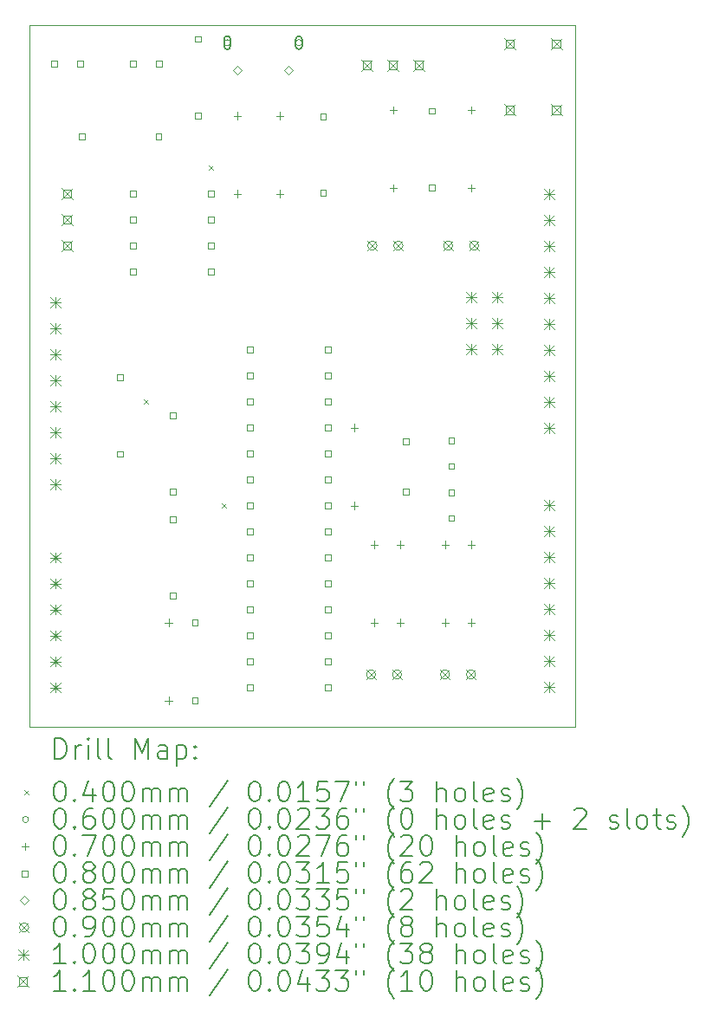
<source format=gbr>
%TF.GenerationSoftware,KiCad,Pcbnew,6.0.11-3.fc36*%
%TF.CreationDate,2023-04-04T19:11:32+09:00*%
%TF.ProjectId,Tetiduino,54657469-6475-4696-9e6f-2e6b69636164,rev?*%
%TF.SameCoordinates,Original*%
%TF.FileFunction,Drillmap*%
%TF.FilePolarity,Positive*%
%FSLAX45Y45*%
G04 Gerber Fmt 4.5, Leading zero omitted, Abs format (unit mm)*
G04 Created by KiCad (PCBNEW 6.0.11-3.fc36) date 2023-04-04 19:11:32*
%MOMM*%
%LPD*%
G01*
G04 APERTURE LIST*
%ADD10C,0.100000*%
%ADD11C,0.200000*%
%ADD12C,0.040000*%
%ADD13C,0.060000*%
%ADD14C,0.070000*%
%ADD15C,0.080000*%
%ADD16C,0.085000*%
%ADD17C,0.090000*%
%ADD18C,0.110000*%
G04 APERTURE END LIST*
D10*
X17526000Y-7175500D02*
X12192000Y-7175500D01*
X12192000Y-7175500D02*
X12192000Y-14033500D01*
X12192000Y-14033500D02*
X17526000Y-14033500D01*
X17526000Y-14033500D02*
X17526000Y-7175500D01*
D11*
D12*
X13315000Y-10838500D02*
X13355000Y-10878500D01*
X13355000Y-10838500D02*
X13315000Y-10878500D01*
X13950000Y-8552500D02*
X13990000Y-8592500D01*
X13990000Y-8552500D02*
X13950000Y-8592500D01*
X14077000Y-11854500D02*
X14117000Y-11894500D01*
X14117000Y-11854500D02*
X14077000Y-11894500D01*
D13*
X14158000Y-7351250D02*
G75*
G03*
X14158000Y-7351250I-30000J0D01*
G01*
D11*
X14158000Y-7386250D02*
X14158000Y-7316250D01*
X14098000Y-7386250D02*
X14098000Y-7316250D01*
X14158000Y-7316250D02*
G75*
G03*
X14098000Y-7316250I-30000J0D01*
G01*
X14098000Y-7386250D02*
G75*
G03*
X14158000Y-7386250I30000J0D01*
G01*
D13*
X14858000Y-7351250D02*
G75*
G03*
X14858000Y-7351250I-30000J0D01*
G01*
D11*
X14798000Y-7316250D02*
X14798000Y-7386250D01*
X14858000Y-7316250D02*
X14858000Y-7386250D01*
X14798000Y-7386250D02*
G75*
G03*
X14858000Y-7386250I30000J0D01*
G01*
X14858000Y-7316250D02*
G75*
G03*
X14798000Y-7316250I-30000J0D01*
G01*
D14*
X13554000Y-12982500D02*
X13554000Y-13052500D01*
X13519000Y-13017500D02*
X13589000Y-13017500D01*
X13554000Y-13744500D02*
X13554000Y-13814500D01*
X13519000Y-13779500D02*
X13589000Y-13779500D01*
X14224000Y-8029500D02*
X14224000Y-8099500D01*
X14189000Y-8064500D02*
X14259000Y-8064500D01*
X14224000Y-8791500D02*
X14224000Y-8861500D01*
X14189000Y-8826500D02*
X14259000Y-8826500D01*
X14640000Y-8029500D02*
X14640000Y-8099500D01*
X14605000Y-8064500D02*
X14675000Y-8064500D01*
X14640000Y-8791500D02*
X14640000Y-8861500D01*
X14605000Y-8826500D02*
X14675000Y-8826500D01*
X15367000Y-11077500D02*
X15367000Y-11147500D01*
X15332000Y-11112500D02*
X15402000Y-11112500D01*
X15367000Y-11839500D02*
X15367000Y-11909500D01*
X15332000Y-11874500D02*
X15402000Y-11874500D01*
X15564000Y-12220500D02*
X15564000Y-12290500D01*
X15529000Y-12255500D02*
X15599000Y-12255500D01*
X15564000Y-12982500D02*
X15564000Y-13052500D01*
X15529000Y-13017500D02*
X15599000Y-13017500D01*
X15748000Y-7976500D02*
X15748000Y-8046500D01*
X15713000Y-8011500D02*
X15783000Y-8011500D01*
X15748000Y-8738500D02*
X15748000Y-8808500D01*
X15713000Y-8773500D02*
X15783000Y-8773500D01*
X15818000Y-12220500D02*
X15818000Y-12290500D01*
X15783000Y-12255500D02*
X15853000Y-12255500D01*
X15818000Y-12982500D02*
X15818000Y-13052500D01*
X15783000Y-13017500D02*
X15853000Y-13017500D01*
X16256000Y-12220500D02*
X16256000Y-12290500D01*
X16221000Y-12255500D02*
X16291000Y-12255500D01*
X16256000Y-12982500D02*
X16256000Y-13052500D01*
X16221000Y-13017500D02*
X16291000Y-13017500D01*
X16510000Y-7976500D02*
X16510000Y-8046500D01*
X16475000Y-8011500D02*
X16545000Y-8011500D01*
X16510000Y-8738500D02*
X16510000Y-8808500D01*
X16475000Y-8773500D02*
X16545000Y-8773500D01*
X16510000Y-12220500D02*
X16510000Y-12290500D01*
X16475000Y-12255500D02*
X16545000Y-12255500D01*
X16510000Y-12982500D02*
X16510000Y-13052500D01*
X16475000Y-13017500D02*
X16545000Y-13017500D01*
D15*
X12466284Y-7584784D02*
X12466284Y-7528215D01*
X12409715Y-7528215D01*
X12409715Y-7584784D01*
X12466284Y-7584784D01*
X12716284Y-7584784D02*
X12716284Y-7528215D01*
X12659715Y-7528215D01*
X12659715Y-7584784D01*
X12716284Y-7584784D01*
X12734284Y-8295984D02*
X12734284Y-8239415D01*
X12677715Y-8239415D01*
X12677715Y-8295984D01*
X12734284Y-8295984D01*
X13109284Y-10648785D02*
X13109284Y-10592216D01*
X13052715Y-10592216D01*
X13052715Y-10648785D01*
X13109284Y-10648785D01*
X13109284Y-11398784D02*
X13109284Y-11342215D01*
X13052715Y-11342215D01*
X13052715Y-11398784D01*
X13109284Y-11398784D01*
X13236284Y-7584784D02*
X13236284Y-7528215D01*
X13179715Y-7528215D01*
X13179715Y-7584784D01*
X13236284Y-7584784D01*
X13237284Y-8855785D02*
X13237284Y-8799216D01*
X13180715Y-8799216D01*
X13180715Y-8855785D01*
X13237284Y-8855785D01*
X13237284Y-9109785D02*
X13237284Y-9053216D01*
X13180715Y-9053216D01*
X13180715Y-9109785D01*
X13237284Y-9109785D01*
X13237284Y-9363785D02*
X13237284Y-9307216D01*
X13180715Y-9307216D01*
X13180715Y-9363785D01*
X13237284Y-9363785D01*
X13237284Y-9617785D02*
X13237284Y-9561216D01*
X13180715Y-9561216D01*
X13180715Y-9617785D01*
X13237284Y-9617785D01*
X13484284Y-8295984D02*
X13484284Y-8239415D01*
X13427715Y-8239415D01*
X13427715Y-8295984D01*
X13484284Y-8295984D01*
X13486284Y-7584784D02*
X13486284Y-7528215D01*
X13429715Y-7528215D01*
X13429715Y-7584784D01*
X13486284Y-7584784D01*
X13623284Y-11019785D02*
X13623284Y-10963216D01*
X13566715Y-10963216D01*
X13566715Y-11019785D01*
X13623284Y-11019785D01*
X13623284Y-11769784D02*
X13623284Y-11713215D01*
X13566715Y-11713215D01*
X13566715Y-11769784D01*
X13623284Y-11769784D01*
X13623284Y-12035784D02*
X13623284Y-11979215D01*
X13566715Y-11979215D01*
X13566715Y-12035784D01*
X13623284Y-12035784D01*
X13623284Y-12785784D02*
X13623284Y-12729215D01*
X13566715Y-12729215D01*
X13566715Y-12785784D01*
X13623284Y-12785784D01*
X13841284Y-13045784D02*
X13841284Y-12989215D01*
X13784715Y-12989215D01*
X13784715Y-13045784D01*
X13841284Y-13045784D01*
X13841284Y-13807784D02*
X13841284Y-13751215D01*
X13784715Y-13751215D01*
X13784715Y-13807784D01*
X13841284Y-13807784D01*
X13871284Y-7342784D02*
X13871284Y-7286215D01*
X13814715Y-7286215D01*
X13814715Y-7342784D01*
X13871284Y-7342784D01*
X13871284Y-8092784D02*
X13871284Y-8036215D01*
X13814715Y-8036215D01*
X13814715Y-8092784D01*
X13871284Y-8092784D01*
X13999284Y-8855785D02*
X13999284Y-8799216D01*
X13942715Y-8799216D01*
X13942715Y-8855785D01*
X13999284Y-8855785D01*
X13999284Y-9109785D02*
X13999284Y-9053216D01*
X13942715Y-9053216D01*
X13942715Y-9109785D01*
X13999284Y-9109785D01*
X13999284Y-9363785D02*
X13999284Y-9307216D01*
X13942715Y-9307216D01*
X13942715Y-9363785D01*
X13999284Y-9363785D01*
X13999284Y-9617785D02*
X13999284Y-9561216D01*
X13942715Y-9561216D01*
X13942715Y-9617785D01*
X13999284Y-9617785D01*
X14378284Y-10377785D02*
X14378284Y-10321216D01*
X14321715Y-10321216D01*
X14321715Y-10377785D01*
X14378284Y-10377785D01*
X14378284Y-10631785D02*
X14378284Y-10575216D01*
X14321715Y-10575216D01*
X14321715Y-10631785D01*
X14378284Y-10631785D01*
X14378284Y-10885785D02*
X14378284Y-10829216D01*
X14321715Y-10829216D01*
X14321715Y-10885785D01*
X14378284Y-10885785D01*
X14378284Y-11139785D02*
X14378284Y-11083216D01*
X14321715Y-11083216D01*
X14321715Y-11139785D01*
X14378284Y-11139785D01*
X14378284Y-11393784D02*
X14378284Y-11337215D01*
X14321715Y-11337215D01*
X14321715Y-11393784D01*
X14378284Y-11393784D01*
X14378284Y-11647784D02*
X14378284Y-11591215D01*
X14321715Y-11591215D01*
X14321715Y-11647784D01*
X14378284Y-11647784D01*
X14378284Y-11901784D02*
X14378284Y-11845215D01*
X14321715Y-11845215D01*
X14321715Y-11901784D01*
X14378284Y-11901784D01*
X14378284Y-12155784D02*
X14378284Y-12099215D01*
X14321715Y-12099215D01*
X14321715Y-12155784D01*
X14378284Y-12155784D01*
X14378284Y-12409784D02*
X14378284Y-12353215D01*
X14321715Y-12353215D01*
X14321715Y-12409784D01*
X14378284Y-12409784D01*
X14378284Y-12663784D02*
X14378284Y-12607215D01*
X14321715Y-12607215D01*
X14321715Y-12663784D01*
X14378284Y-12663784D01*
X14378284Y-12917784D02*
X14378284Y-12861215D01*
X14321715Y-12861215D01*
X14321715Y-12917784D01*
X14378284Y-12917784D01*
X14378284Y-13171784D02*
X14378284Y-13115215D01*
X14321715Y-13115215D01*
X14321715Y-13171784D01*
X14378284Y-13171784D01*
X14378284Y-13425784D02*
X14378284Y-13369215D01*
X14321715Y-13369215D01*
X14321715Y-13425784D01*
X14378284Y-13425784D01*
X14378284Y-13679784D02*
X14378284Y-13623215D01*
X14321715Y-13623215D01*
X14321715Y-13679784D01*
X14378284Y-13679784D01*
X15094284Y-8098784D02*
X15094284Y-8042215D01*
X15037715Y-8042215D01*
X15037715Y-8098784D01*
X15094284Y-8098784D01*
X15094284Y-8848785D02*
X15094284Y-8792216D01*
X15037715Y-8792216D01*
X15037715Y-8848785D01*
X15094284Y-8848785D01*
X15140284Y-10377785D02*
X15140284Y-10321216D01*
X15083715Y-10321216D01*
X15083715Y-10377785D01*
X15140284Y-10377785D01*
X15140284Y-10631785D02*
X15140284Y-10575216D01*
X15083715Y-10575216D01*
X15083715Y-10631785D01*
X15140284Y-10631785D01*
X15140284Y-10885785D02*
X15140284Y-10829216D01*
X15083715Y-10829216D01*
X15083715Y-10885785D01*
X15140284Y-10885785D01*
X15140284Y-11139785D02*
X15140284Y-11083216D01*
X15083715Y-11083216D01*
X15083715Y-11139785D01*
X15140284Y-11139785D01*
X15140284Y-11393784D02*
X15140284Y-11337215D01*
X15083715Y-11337215D01*
X15083715Y-11393784D01*
X15140284Y-11393784D01*
X15140284Y-11647784D02*
X15140284Y-11591215D01*
X15083715Y-11591215D01*
X15083715Y-11647784D01*
X15140284Y-11647784D01*
X15140284Y-11901784D02*
X15140284Y-11845215D01*
X15083715Y-11845215D01*
X15083715Y-11901784D01*
X15140284Y-11901784D01*
X15140284Y-12155784D02*
X15140284Y-12099215D01*
X15083715Y-12099215D01*
X15083715Y-12155784D01*
X15140284Y-12155784D01*
X15140284Y-12409784D02*
X15140284Y-12353215D01*
X15083715Y-12353215D01*
X15083715Y-12409784D01*
X15140284Y-12409784D01*
X15140284Y-12663784D02*
X15140284Y-12607215D01*
X15083715Y-12607215D01*
X15083715Y-12663784D01*
X15140284Y-12663784D01*
X15140284Y-12917784D02*
X15140284Y-12861215D01*
X15083715Y-12861215D01*
X15083715Y-12917784D01*
X15140284Y-12917784D01*
X15140284Y-13171784D02*
X15140284Y-13115215D01*
X15083715Y-13115215D01*
X15083715Y-13171784D01*
X15140284Y-13171784D01*
X15140284Y-13425784D02*
X15140284Y-13369215D01*
X15083715Y-13369215D01*
X15083715Y-13425784D01*
X15140284Y-13425784D01*
X15140284Y-13679784D02*
X15140284Y-13623215D01*
X15083715Y-13623215D01*
X15083715Y-13679784D01*
X15140284Y-13679784D01*
X15903284Y-11278784D02*
X15903284Y-11222215D01*
X15846715Y-11222215D01*
X15846715Y-11278784D01*
X15903284Y-11278784D01*
X15903284Y-11766784D02*
X15903284Y-11710215D01*
X15846715Y-11710215D01*
X15846715Y-11766784D01*
X15903284Y-11766784D01*
X16157284Y-8045784D02*
X16157284Y-7989215D01*
X16100715Y-7989215D01*
X16100715Y-8045784D01*
X16157284Y-8045784D01*
X16157284Y-8795785D02*
X16157284Y-8739216D01*
X16100715Y-8739216D01*
X16100715Y-8795785D01*
X16157284Y-8795785D01*
X16347784Y-11267784D02*
X16347784Y-11211215D01*
X16291215Y-11211215D01*
X16291215Y-11267784D01*
X16347784Y-11267784D01*
X16347784Y-11517784D02*
X16347784Y-11461215D01*
X16291215Y-11461215D01*
X16291215Y-11517784D01*
X16347784Y-11517784D01*
X16347784Y-11775784D02*
X16347784Y-11719215D01*
X16291215Y-11719215D01*
X16291215Y-11775784D01*
X16347784Y-11775784D01*
X16347784Y-12025784D02*
X16347784Y-11969215D01*
X16291215Y-11969215D01*
X16291215Y-12025784D01*
X16347784Y-12025784D01*
D16*
X14228000Y-7663750D02*
X14270500Y-7621250D01*
X14228000Y-7578750D01*
X14185500Y-7621250D01*
X14228000Y-7663750D01*
X14728000Y-7663750D02*
X14770500Y-7621250D01*
X14728000Y-7578750D01*
X14685500Y-7621250D01*
X14728000Y-7663750D01*
D17*
X15489000Y-13480500D02*
X15579000Y-13570500D01*
X15579000Y-13480500D02*
X15489000Y-13570500D01*
X15579000Y-13525500D02*
G75*
G03*
X15579000Y-13525500I-45000J0D01*
G01*
X15501000Y-9289500D02*
X15591000Y-9379500D01*
X15591000Y-9289500D02*
X15501000Y-9379500D01*
X15591000Y-9334500D02*
G75*
G03*
X15591000Y-9334500I-45000J0D01*
G01*
X15743000Y-13480500D02*
X15833000Y-13570500D01*
X15833000Y-13480500D02*
X15743000Y-13570500D01*
X15833000Y-13525500D02*
G75*
G03*
X15833000Y-13525500I-45000J0D01*
G01*
X15755000Y-9289500D02*
X15845000Y-9379500D01*
X15845000Y-9289500D02*
X15755000Y-9379500D01*
X15845000Y-9334500D02*
G75*
G03*
X15845000Y-9334500I-45000J0D01*
G01*
X16211000Y-13480500D02*
X16301000Y-13570500D01*
X16301000Y-13480500D02*
X16211000Y-13570500D01*
X16301000Y-13525500D02*
G75*
G03*
X16301000Y-13525500I-45000J0D01*
G01*
X16243000Y-9289500D02*
X16333000Y-9379500D01*
X16333000Y-9289500D02*
X16243000Y-9379500D01*
X16333000Y-9334500D02*
G75*
G03*
X16333000Y-9334500I-45000J0D01*
G01*
X16465000Y-13480500D02*
X16555000Y-13570500D01*
X16555000Y-13480500D02*
X16465000Y-13570500D01*
X16555000Y-13525500D02*
G75*
G03*
X16555000Y-13525500I-45000J0D01*
G01*
X16497000Y-9289500D02*
X16587000Y-9379500D01*
X16587000Y-9289500D02*
X16497000Y-9379500D01*
X16587000Y-9334500D02*
G75*
G03*
X16587000Y-9334500I-45000J0D01*
G01*
D10*
X12396000Y-9839250D02*
X12496000Y-9939250D01*
X12496000Y-9839250D02*
X12396000Y-9939250D01*
X12446000Y-9839250D02*
X12446000Y-9939250D01*
X12396000Y-9889250D02*
X12496000Y-9889250D01*
X12396000Y-10093250D02*
X12496000Y-10193250D01*
X12496000Y-10093250D02*
X12396000Y-10193250D01*
X12446000Y-10093250D02*
X12446000Y-10193250D01*
X12396000Y-10143250D02*
X12496000Y-10143250D01*
X12396000Y-10347250D02*
X12496000Y-10447250D01*
X12496000Y-10347250D02*
X12396000Y-10447250D01*
X12446000Y-10347250D02*
X12446000Y-10447250D01*
X12396000Y-10397250D02*
X12496000Y-10397250D01*
X12396000Y-10601250D02*
X12496000Y-10701250D01*
X12496000Y-10601250D02*
X12396000Y-10701250D01*
X12446000Y-10601250D02*
X12446000Y-10701250D01*
X12396000Y-10651250D02*
X12496000Y-10651250D01*
X12396000Y-10855250D02*
X12496000Y-10955250D01*
X12496000Y-10855250D02*
X12396000Y-10955250D01*
X12446000Y-10855250D02*
X12446000Y-10955250D01*
X12396000Y-10905250D02*
X12496000Y-10905250D01*
X12396000Y-11109250D02*
X12496000Y-11209250D01*
X12496000Y-11109250D02*
X12396000Y-11209250D01*
X12446000Y-11109250D02*
X12446000Y-11209250D01*
X12396000Y-11159250D02*
X12496000Y-11159250D01*
X12396000Y-11363250D02*
X12496000Y-11463250D01*
X12496000Y-11363250D02*
X12396000Y-11463250D01*
X12446000Y-11363250D02*
X12446000Y-11463250D01*
X12396000Y-11413250D02*
X12496000Y-11413250D01*
X12396000Y-11617250D02*
X12496000Y-11717250D01*
X12496000Y-11617250D02*
X12396000Y-11717250D01*
X12446000Y-11617250D02*
X12446000Y-11717250D01*
X12396000Y-11667250D02*
X12496000Y-11667250D01*
X12396000Y-12332500D02*
X12496000Y-12432500D01*
X12496000Y-12332500D02*
X12396000Y-12432500D01*
X12446000Y-12332500D02*
X12446000Y-12432500D01*
X12396000Y-12382500D02*
X12496000Y-12382500D01*
X12396000Y-12586500D02*
X12496000Y-12686500D01*
X12496000Y-12586500D02*
X12396000Y-12686500D01*
X12446000Y-12586500D02*
X12446000Y-12686500D01*
X12396000Y-12636500D02*
X12496000Y-12636500D01*
X12396000Y-12840500D02*
X12496000Y-12940500D01*
X12496000Y-12840500D02*
X12396000Y-12940500D01*
X12446000Y-12840500D02*
X12446000Y-12940500D01*
X12396000Y-12890500D02*
X12496000Y-12890500D01*
X12396000Y-13094500D02*
X12496000Y-13194500D01*
X12496000Y-13094500D02*
X12396000Y-13194500D01*
X12446000Y-13094500D02*
X12446000Y-13194500D01*
X12396000Y-13144500D02*
X12496000Y-13144500D01*
X12396000Y-13348500D02*
X12496000Y-13448500D01*
X12496000Y-13348500D02*
X12396000Y-13448500D01*
X12446000Y-13348500D02*
X12446000Y-13448500D01*
X12396000Y-13398500D02*
X12496000Y-13398500D01*
X12396000Y-13602500D02*
X12496000Y-13702500D01*
X12496000Y-13602500D02*
X12396000Y-13702500D01*
X12446000Y-13602500D02*
X12446000Y-13702500D01*
X12396000Y-13652500D02*
X12496000Y-13652500D01*
X16460500Y-9791000D02*
X16560500Y-9891000D01*
X16560500Y-9791000D02*
X16460500Y-9891000D01*
X16510500Y-9791000D02*
X16510500Y-9891000D01*
X16460500Y-9841000D02*
X16560500Y-9841000D01*
X16460500Y-10045000D02*
X16560500Y-10145000D01*
X16560500Y-10045000D02*
X16460500Y-10145000D01*
X16510500Y-10045000D02*
X16510500Y-10145000D01*
X16460500Y-10095000D02*
X16560500Y-10095000D01*
X16460500Y-10299000D02*
X16560500Y-10399000D01*
X16560500Y-10299000D02*
X16460500Y-10399000D01*
X16510500Y-10299000D02*
X16510500Y-10399000D01*
X16460500Y-10349000D02*
X16560500Y-10349000D01*
X16714500Y-9791000D02*
X16814500Y-9891000D01*
X16814500Y-9791000D02*
X16714500Y-9891000D01*
X16764500Y-9791000D02*
X16764500Y-9891000D01*
X16714500Y-9841000D02*
X16814500Y-9841000D01*
X16714500Y-10045000D02*
X16814500Y-10145000D01*
X16814500Y-10045000D02*
X16714500Y-10145000D01*
X16764500Y-10045000D02*
X16764500Y-10145000D01*
X16714500Y-10095000D02*
X16814500Y-10095000D01*
X16714500Y-10299000D02*
X16814500Y-10399000D01*
X16814500Y-10299000D02*
X16714500Y-10399000D01*
X16764500Y-10299000D02*
X16764500Y-10399000D01*
X16714500Y-10349000D02*
X16814500Y-10349000D01*
X17222000Y-8781000D02*
X17322000Y-8881000D01*
X17322000Y-8781000D02*
X17222000Y-8881000D01*
X17272000Y-8781000D02*
X17272000Y-8881000D01*
X17222000Y-8831000D02*
X17322000Y-8831000D01*
X17222000Y-9035000D02*
X17322000Y-9135000D01*
X17322000Y-9035000D02*
X17222000Y-9135000D01*
X17272000Y-9035000D02*
X17272000Y-9135000D01*
X17222000Y-9085000D02*
X17322000Y-9085000D01*
X17222000Y-9289000D02*
X17322000Y-9389000D01*
X17322000Y-9289000D02*
X17222000Y-9389000D01*
X17272000Y-9289000D02*
X17272000Y-9389000D01*
X17222000Y-9339000D02*
X17322000Y-9339000D01*
X17222000Y-9543000D02*
X17322000Y-9643000D01*
X17322000Y-9543000D02*
X17222000Y-9643000D01*
X17272000Y-9543000D02*
X17272000Y-9643000D01*
X17222000Y-9593000D02*
X17322000Y-9593000D01*
X17222000Y-9797000D02*
X17322000Y-9897000D01*
X17322000Y-9797000D02*
X17222000Y-9897000D01*
X17272000Y-9797000D02*
X17272000Y-9897000D01*
X17222000Y-9847000D02*
X17322000Y-9847000D01*
X17222000Y-10051000D02*
X17322000Y-10151000D01*
X17322000Y-10051000D02*
X17222000Y-10151000D01*
X17272000Y-10051000D02*
X17272000Y-10151000D01*
X17222000Y-10101000D02*
X17322000Y-10101000D01*
X17222000Y-10305000D02*
X17322000Y-10405000D01*
X17322000Y-10305000D02*
X17222000Y-10405000D01*
X17272000Y-10305000D02*
X17272000Y-10405000D01*
X17222000Y-10355000D02*
X17322000Y-10355000D01*
X17222000Y-10559000D02*
X17322000Y-10659000D01*
X17322000Y-10559000D02*
X17222000Y-10659000D01*
X17272000Y-10559000D02*
X17272000Y-10659000D01*
X17222000Y-10609000D02*
X17322000Y-10609000D01*
X17222000Y-10813000D02*
X17322000Y-10913000D01*
X17322000Y-10813000D02*
X17222000Y-10913000D01*
X17272000Y-10813000D02*
X17272000Y-10913000D01*
X17222000Y-10863000D02*
X17322000Y-10863000D01*
X17222000Y-11067000D02*
X17322000Y-11167000D01*
X17322000Y-11067000D02*
X17222000Y-11167000D01*
X17272000Y-11067000D02*
X17272000Y-11167000D01*
X17222000Y-11117000D02*
X17322000Y-11117000D01*
X17222000Y-11823000D02*
X17322000Y-11923000D01*
X17322000Y-11823000D02*
X17222000Y-11923000D01*
X17272000Y-11823000D02*
X17272000Y-11923000D01*
X17222000Y-11873000D02*
X17322000Y-11873000D01*
X17222000Y-12077000D02*
X17322000Y-12177000D01*
X17322000Y-12077000D02*
X17222000Y-12177000D01*
X17272000Y-12077000D02*
X17272000Y-12177000D01*
X17222000Y-12127000D02*
X17322000Y-12127000D01*
X17222000Y-12331000D02*
X17322000Y-12431000D01*
X17322000Y-12331000D02*
X17222000Y-12431000D01*
X17272000Y-12331000D02*
X17272000Y-12431000D01*
X17222000Y-12381000D02*
X17322000Y-12381000D01*
X17222000Y-12585000D02*
X17322000Y-12685000D01*
X17322000Y-12585000D02*
X17222000Y-12685000D01*
X17272000Y-12585000D02*
X17272000Y-12685000D01*
X17222000Y-12635000D02*
X17322000Y-12635000D01*
X17222000Y-12839000D02*
X17322000Y-12939000D01*
X17322000Y-12839000D02*
X17222000Y-12939000D01*
X17272000Y-12839000D02*
X17272000Y-12939000D01*
X17222000Y-12889000D02*
X17322000Y-12889000D01*
X17222000Y-13093000D02*
X17322000Y-13193000D01*
X17322000Y-13093000D02*
X17222000Y-13193000D01*
X17272000Y-13093000D02*
X17272000Y-13193000D01*
X17222000Y-13143000D02*
X17322000Y-13143000D01*
X17222000Y-13347000D02*
X17322000Y-13447000D01*
X17322000Y-13347000D02*
X17222000Y-13447000D01*
X17272000Y-13347000D02*
X17272000Y-13447000D01*
X17222000Y-13397000D02*
X17322000Y-13397000D01*
X17222000Y-13601000D02*
X17322000Y-13701000D01*
X17322000Y-13601000D02*
X17222000Y-13701000D01*
X17272000Y-13601000D02*
X17272000Y-13701000D01*
X17222000Y-13651000D02*
X17322000Y-13651000D01*
D18*
X12505000Y-8771500D02*
X12615000Y-8881500D01*
X12615000Y-8771500D02*
X12505000Y-8881500D01*
X12598891Y-8865391D02*
X12598891Y-8787609D01*
X12521109Y-8787609D01*
X12521109Y-8865391D01*
X12598891Y-8865391D01*
X12505000Y-9025500D02*
X12615000Y-9135500D01*
X12615000Y-9025500D02*
X12505000Y-9135500D01*
X12598891Y-9119391D02*
X12598891Y-9041609D01*
X12521109Y-9041609D01*
X12521109Y-9119391D01*
X12598891Y-9119391D01*
X12505000Y-9279500D02*
X12615000Y-9389500D01*
X12615000Y-9279500D02*
X12505000Y-9389500D01*
X12598891Y-9373391D02*
X12598891Y-9295609D01*
X12521109Y-9295609D01*
X12521109Y-9373391D01*
X12598891Y-9373391D01*
X15439000Y-7514500D02*
X15549000Y-7624500D01*
X15549000Y-7514500D02*
X15439000Y-7624500D01*
X15532891Y-7608391D02*
X15532891Y-7530609D01*
X15455109Y-7530609D01*
X15455109Y-7608391D01*
X15532891Y-7608391D01*
X15693000Y-7514500D02*
X15803000Y-7624500D01*
X15803000Y-7514500D02*
X15693000Y-7624500D01*
X15786891Y-7608391D02*
X15786891Y-7530609D01*
X15709109Y-7530609D01*
X15709109Y-7608391D01*
X15786891Y-7608391D01*
X15947000Y-7514500D02*
X16057000Y-7624500D01*
X16057000Y-7514500D02*
X15947000Y-7624500D01*
X16040891Y-7608391D02*
X16040891Y-7530609D01*
X15963109Y-7530609D01*
X15963109Y-7608391D01*
X16040891Y-7608391D01*
X16838000Y-7303500D02*
X16948000Y-7413500D01*
X16948000Y-7303500D02*
X16838000Y-7413500D01*
X16931891Y-7397391D02*
X16931891Y-7319609D01*
X16854109Y-7319609D01*
X16854109Y-7397391D01*
X16931891Y-7397391D01*
X16838000Y-7953500D02*
X16948000Y-8063500D01*
X16948000Y-7953500D02*
X16838000Y-8063500D01*
X16931891Y-8047391D02*
X16931891Y-7969609D01*
X16854109Y-7969609D01*
X16854109Y-8047391D01*
X16931891Y-8047391D01*
X17288000Y-7303500D02*
X17398000Y-7413500D01*
X17398000Y-7303500D02*
X17288000Y-7413500D01*
X17381891Y-7397391D02*
X17381891Y-7319609D01*
X17304109Y-7319609D01*
X17304109Y-7397391D01*
X17381891Y-7397391D01*
X17288000Y-7953500D02*
X17398000Y-8063500D01*
X17398000Y-7953500D02*
X17288000Y-8063500D01*
X17381891Y-8047391D02*
X17381891Y-7969609D01*
X17304109Y-7969609D01*
X17304109Y-8047391D01*
X17381891Y-8047391D01*
D11*
X12444619Y-14348976D02*
X12444619Y-14148976D01*
X12492238Y-14148976D01*
X12520809Y-14158500D01*
X12539857Y-14177548D01*
X12549381Y-14196595D01*
X12558905Y-14234690D01*
X12558905Y-14263262D01*
X12549381Y-14301357D01*
X12539857Y-14320405D01*
X12520809Y-14339452D01*
X12492238Y-14348976D01*
X12444619Y-14348976D01*
X12644619Y-14348976D02*
X12644619Y-14215643D01*
X12644619Y-14253738D02*
X12654143Y-14234690D01*
X12663667Y-14225167D01*
X12682714Y-14215643D01*
X12701762Y-14215643D01*
X12768428Y-14348976D02*
X12768428Y-14215643D01*
X12768428Y-14148976D02*
X12758905Y-14158500D01*
X12768428Y-14168024D01*
X12777952Y-14158500D01*
X12768428Y-14148976D01*
X12768428Y-14168024D01*
X12892238Y-14348976D02*
X12873190Y-14339452D01*
X12863667Y-14320405D01*
X12863667Y-14148976D01*
X12997000Y-14348976D02*
X12977952Y-14339452D01*
X12968428Y-14320405D01*
X12968428Y-14148976D01*
X13225571Y-14348976D02*
X13225571Y-14148976D01*
X13292238Y-14291833D01*
X13358905Y-14148976D01*
X13358905Y-14348976D01*
X13539857Y-14348976D02*
X13539857Y-14244214D01*
X13530333Y-14225167D01*
X13511286Y-14215643D01*
X13473190Y-14215643D01*
X13454143Y-14225167D01*
X13539857Y-14339452D02*
X13520809Y-14348976D01*
X13473190Y-14348976D01*
X13454143Y-14339452D01*
X13444619Y-14320405D01*
X13444619Y-14301357D01*
X13454143Y-14282309D01*
X13473190Y-14272786D01*
X13520809Y-14272786D01*
X13539857Y-14263262D01*
X13635095Y-14215643D02*
X13635095Y-14415643D01*
X13635095Y-14225167D02*
X13654143Y-14215643D01*
X13692238Y-14215643D01*
X13711286Y-14225167D01*
X13720809Y-14234690D01*
X13730333Y-14253738D01*
X13730333Y-14310881D01*
X13720809Y-14329928D01*
X13711286Y-14339452D01*
X13692238Y-14348976D01*
X13654143Y-14348976D01*
X13635095Y-14339452D01*
X13816048Y-14329928D02*
X13825571Y-14339452D01*
X13816048Y-14348976D01*
X13806524Y-14339452D01*
X13816048Y-14329928D01*
X13816048Y-14348976D01*
X13816048Y-14225167D02*
X13825571Y-14234690D01*
X13816048Y-14244214D01*
X13806524Y-14234690D01*
X13816048Y-14225167D01*
X13816048Y-14244214D01*
D12*
X12147000Y-14658500D02*
X12187000Y-14698500D01*
X12187000Y-14658500D02*
X12147000Y-14698500D01*
D11*
X12482714Y-14568976D02*
X12501762Y-14568976D01*
X12520809Y-14578500D01*
X12530333Y-14588024D01*
X12539857Y-14607071D01*
X12549381Y-14645167D01*
X12549381Y-14692786D01*
X12539857Y-14730881D01*
X12530333Y-14749928D01*
X12520809Y-14759452D01*
X12501762Y-14768976D01*
X12482714Y-14768976D01*
X12463667Y-14759452D01*
X12454143Y-14749928D01*
X12444619Y-14730881D01*
X12435095Y-14692786D01*
X12435095Y-14645167D01*
X12444619Y-14607071D01*
X12454143Y-14588024D01*
X12463667Y-14578500D01*
X12482714Y-14568976D01*
X12635095Y-14749928D02*
X12644619Y-14759452D01*
X12635095Y-14768976D01*
X12625571Y-14759452D01*
X12635095Y-14749928D01*
X12635095Y-14768976D01*
X12816048Y-14635643D02*
X12816048Y-14768976D01*
X12768428Y-14559452D02*
X12720809Y-14702309D01*
X12844619Y-14702309D01*
X12958905Y-14568976D02*
X12977952Y-14568976D01*
X12997000Y-14578500D01*
X13006524Y-14588024D01*
X13016048Y-14607071D01*
X13025571Y-14645167D01*
X13025571Y-14692786D01*
X13016048Y-14730881D01*
X13006524Y-14749928D01*
X12997000Y-14759452D01*
X12977952Y-14768976D01*
X12958905Y-14768976D01*
X12939857Y-14759452D01*
X12930333Y-14749928D01*
X12920809Y-14730881D01*
X12911286Y-14692786D01*
X12911286Y-14645167D01*
X12920809Y-14607071D01*
X12930333Y-14588024D01*
X12939857Y-14578500D01*
X12958905Y-14568976D01*
X13149381Y-14568976D02*
X13168428Y-14568976D01*
X13187476Y-14578500D01*
X13197000Y-14588024D01*
X13206524Y-14607071D01*
X13216048Y-14645167D01*
X13216048Y-14692786D01*
X13206524Y-14730881D01*
X13197000Y-14749928D01*
X13187476Y-14759452D01*
X13168428Y-14768976D01*
X13149381Y-14768976D01*
X13130333Y-14759452D01*
X13120809Y-14749928D01*
X13111286Y-14730881D01*
X13101762Y-14692786D01*
X13101762Y-14645167D01*
X13111286Y-14607071D01*
X13120809Y-14588024D01*
X13130333Y-14578500D01*
X13149381Y-14568976D01*
X13301762Y-14768976D02*
X13301762Y-14635643D01*
X13301762Y-14654690D02*
X13311286Y-14645167D01*
X13330333Y-14635643D01*
X13358905Y-14635643D01*
X13377952Y-14645167D01*
X13387476Y-14664214D01*
X13387476Y-14768976D01*
X13387476Y-14664214D02*
X13397000Y-14645167D01*
X13416048Y-14635643D01*
X13444619Y-14635643D01*
X13463667Y-14645167D01*
X13473190Y-14664214D01*
X13473190Y-14768976D01*
X13568428Y-14768976D02*
X13568428Y-14635643D01*
X13568428Y-14654690D02*
X13577952Y-14645167D01*
X13597000Y-14635643D01*
X13625571Y-14635643D01*
X13644619Y-14645167D01*
X13654143Y-14664214D01*
X13654143Y-14768976D01*
X13654143Y-14664214D02*
X13663667Y-14645167D01*
X13682714Y-14635643D01*
X13711286Y-14635643D01*
X13730333Y-14645167D01*
X13739857Y-14664214D01*
X13739857Y-14768976D01*
X14130333Y-14559452D02*
X13958905Y-14816595D01*
X14387476Y-14568976D02*
X14406524Y-14568976D01*
X14425571Y-14578500D01*
X14435095Y-14588024D01*
X14444619Y-14607071D01*
X14454143Y-14645167D01*
X14454143Y-14692786D01*
X14444619Y-14730881D01*
X14435095Y-14749928D01*
X14425571Y-14759452D01*
X14406524Y-14768976D01*
X14387476Y-14768976D01*
X14368428Y-14759452D01*
X14358905Y-14749928D01*
X14349381Y-14730881D01*
X14339857Y-14692786D01*
X14339857Y-14645167D01*
X14349381Y-14607071D01*
X14358905Y-14588024D01*
X14368428Y-14578500D01*
X14387476Y-14568976D01*
X14539857Y-14749928D02*
X14549381Y-14759452D01*
X14539857Y-14768976D01*
X14530333Y-14759452D01*
X14539857Y-14749928D01*
X14539857Y-14768976D01*
X14673190Y-14568976D02*
X14692238Y-14568976D01*
X14711286Y-14578500D01*
X14720809Y-14588024D01*
X14730333Y-14607071D01*
X14739857Y-14645167D01*
X14739857Y-14692786D01*
X14730333Y-14730881D01*
X14720809Y-14749928D01*
X14711286Y-14759452D01*
X14692238Y-14768976D01*
X14673190Y-14768976D01*
X14654143Y-14759452D01*
X14644619Y-14749928D01*
X14635095Y-14730881D01*
X14625571Y-14692786D01*
X14625571Y-14645167D01*
X14635095Y-14607071D01*
X14644619Y-14588024D01*
X14654143Y-14578500D01*
X14673190Y-14568976D01*
X14930333Y-14768976D02*
X14816048Y-14768976D01*
X14873190Y-14768976D02*
X14873190Y-14568976D01*
X14854143Y-14597548D01*
X14835095Y-14616595D01*
X14816048Y-14626119D01*
X15111286Y-14568976D02*
X15016048Y-14568976D01*
X15006524Y-14664214D01*
X15016048Y-14654690D01*
X15035095Y-14645167D01*
X15082714Y-14645167D01*
X15101762Y-14654690D01*
X15111286Y-14664214D01*
X15120809Y-14683262D01*
X15120809Y-14730881D01*
X15111286Y-14749928D01*
X15101762Y-14759452D01*
X15082714Y-14768976D01*
X15035095Y-14768976D01*
X15016048Y-14759452D01*
X15006524Y-14749928D01*
X15187476Y-14568976D02*
X15320809Y-14568976D01*
X15235095Y-14768976D01*
X15387476Y-14568976D02*
X15387476Y-14607071D01*
X15463667Y-14568976D02*
X15463667Y-14607071D01*
X15758905Y-14845167D02*
X15749381Y-14835643D01*
X15730333Y-14807071D01*
X15720809Y-14788024D01*
X15711286Y-14759452D01*
X15701762Y-14711833D01*
X15701762Y-14673738D01*
X15711286Y-14626119D01*
X15720809Y-14597548D01*
X15730333Y-14578500D01*
X15749381Y-14549928D01*
X15758905Y-14540405D01*
X15816048Y-14568976D02*
X15939857Y-14568976D01*
X15873190Y-14645167D01*
X15901762Y-14645167D01*
X15920809Y-14654690D01*
X15930333Y-14664214D01*
X15939857Y-14683262D01*
X15939857Y-14730881D01*
X15930333Y-14749928D01*
X15920809Y-14759452D01*
X15901762Y-14768976D01*
X15844619Y-14768976D01*
X15825571Y-14759452D01*
X15816048Y-14749928D01*
X16177952Y-14768976D02*
X16177952Y-14568976D01*
X16263667Y-14768976D02*
X16263667Y-14664214D01*
X16254143Y-14645167D01*
X16235095Y-14635643D01*
X16206524Y-14635643D01*
X16187476Y-14645167D01*
X16177952Y-14654690D01*
X16387476Y-14768976D02*
X16368428Y-14759452D01*
X16358905Y-14749928D01*
X16349381Y-14730881D01*
X16349381Y-14673738D01*
X16358905Y-14654690D01*
X16368428Y-14645167D01*
X16387476Y-14635643D01*
X16416048Y-14635643D01*
X16435095Y-14645167D01*
X16444619Y-14654690D01*
X16454143Y-14673738D01*
X16454143Y-14730881D01*
X16444619Y-14749928D01*
X16435095Y-14759452D01*
X16416048Y-14768976D01*
X16387476Y-14768976D01*
X16568428Y-14768976D02*
X16549381Y-14759452D01*
X16539857Y-14740405D01*
X16539857Y-14568976D01*
X16720809Y-14759452D02*
X16701762Y-14768976D01*
X16663667Y-14768976D01*
X16644619Y-14759452D01*
X16635095Y-14740405D01*
X16635095Y-14664214D01*
X16644619Y-14645167D01*
X16663667Y-14635643D01*
X16701762Y-14635643D01*
X16720809Y-14645167D01*
X16730333Y-14664214D01*
X16730333Y-14683262D01*
X16635095Y-14702309D01*
X16806524Y-14759452D02*
X16825571Y-14768976D01*
X16863667Y-14768976D01*
X16882714Y-14759452D01*
X16892238Y-14740405D01*
X16892238Y-14730881D01*
X16882714Y-14711833D01*
X16863667Y-14702309D01*
X16835095Y-14702309D01*
X16816048Y-14692786D01*
X16806524Y-14673738D01*
X16806524Y-14664214D01*
X16816048Y-14645167D01*
X16835095Y-14635643D01*
X16863667Y-14635643D01*
X16882714Y-14645167D01*
X16958905Y-14845167D02*
X16968429Y-14835643D01*
X16987476Y-14807071D01*
X16997000Y-14788024D01*
X17006524Y-14759452D01*
X17016048Y-14711833D01*
X17016048Y-14673738D01*
X17006524Y-14626119D01*
X16997000Y-14597548D01*
X16987476Y-14578500D01*
X16968429Y-14549928D01*
X16958905Y-14540405D01*
D13*
X12187000Y-14942500D02*
G75*
G03*
X12187000Y-14942500I-30000J0D01*
G01*
D11*
X12482714Y-14832976D02*
X12501762Y-14832976D01*
X12520809Y-14842500D01*
X12530333Y-14852024D01*
X12539857Y-14871071D01*
X12549381Y-14909167D01*
X12549381Y-14956786D01*
X12539857Y-14994881D01*
X12530333Y-15013928D01*
X12520809Y-15023452D01*
X12501762Y-15032976D01*
X12482714Y-15032976D01*
X12463667Y-15023452D01*
X12454143Y-15013928D01*
X12444619Y-14994881D01*
X12435095Y-14956786D01*
X12435095Y-14909167D01*
X12444619Y-14871071D01*
X12454143Y-14852024D01*
X12463667Y-14842500D01*
X12482714Y-14832976D01*
X12635095Y-15013928D02*
X12644619Y-15023452D01*
X12635095Y-15032976D01*
X12625571Y-15023452D01*
X12635095Y-15013928D01*
X12635095Y-15032976D01*
X12816048Y-14832976D02*
X12777952Y-14832976D01*
X12758905Y-14842500D01*
X12749381Y-14852024D01*
X12730333Y-14880595D01*
X12720809Y-14918690D01*
X12720809Y-14994881D01*
X12730333Y-15013928D01*
X12739857Y-15023452D01*
X12758905Y-15032976D01*
X12797000Y-15032976D01*
X12816048Y-15023452D01*
X12825571Y-15013928D01*
X12835095Y-14994881D01*
X12835095Y-14947262D01*
X12825571Y-14928214D01*
X12816048Y-14918690D01*
X12797000Y-14909167D01*
X12758905Y-14909167D01*
X12739857Y-14918690D01*
X12730333Y-14928214D01*
X12720809Y-14947262D01*
X12958905Y-14832976D02*
X12977952Y-14832976D01*
X12997000Y-14842500D01*
X13006524Y-14852024D01*
X13016048Y-14871071D01*
X13025571Y-14909167D01*
X13025571Y-14956786D01*
X13016048Y-14994881D01*
X13006524Y-15013928D01*
X12997000Y-15023452D01*
X12977952Y-15032976D01*
X12958905Y-15032976D01*
X12939857Y-15023452D01*
X12930333Y-15013928D01*
X12920809Y-14994881D01*
X12911286Y-14956786D01*
X12911286Y-14909167D01*
X12920809Y-14871071D01*
X12930333Y-14852024D01*
X12939857Y-14842500D01*
X12958905Y-14832976D01*
X13149381Y-14832976D02*
X13168428Y-14832976D01*
X13187476Y-14842500D01*
X13197000Y-14852024D01*
X13206524Y-14871071D01*
X13216048Y-14909167D01*
X13216048Y-14956786D01*
X13206524Y-14994881D01*
X13197000Y-15013928D01*
X13187476Y-15023452D01*
X13168428Y-15032976D01*
X13149381Y-15032976D01*
X13130333Y-15023452D01*
X13120809Y-15013928D01*
X13111286Y-14994881D01*
X13101762Y-14956786D01*
X13101762Y-14909167D01*
X13111286Y-14871071D01*
X13120809Y-14852024D01*
X13130333Y-14842500D01*
X13149381Y-14832976D01*
X13301762Y-15032976D02*
X13301762Y-14899643D01*
X13301762Y-14918690D02*
X13311286Y-14909167D01*
X13330333Y-14899643D01*
X13358905Y-14899643D01*
X13377952Y-14909167D01*
X13387476Y-14928214D01*
X13387476Y-15032976D01*
X13387476Y-14928214D02*
X13397000Y-14909167D01*
X13416048Y-14899643D01*
X13444619Y-14899643D01*
X13463667Y-14909167D01*
X13473190Y-14928214D01*
X13473190Y-15032976D01*
X13568428Y-15032976D02*
X13568428Y-14899643D01*
X13568428Y-14918690D02*
X13577952Y-14909167D01*
X13597000Y-14899643D01*
X13625571Y-14899643D01*
X13644619Y-14909167D01*
X13654143Y-14928214D01*
X13654143Y-15032976D01*
X13654143Y-14928214D02*
X13663667Y-14909167D01*
X13682714Y-14899643D01*
X13711286Y-14899643D01*
X13730333Y-14909167D01*
X13739857Y-14928214D01*
X13739857Y-15032976D01*
X14130333Y-14823452D02*
X13958905Y-15080595D01*
X14387476Y-14832976D02*
X14406524Y-14832976D01*
X14425571Y-14842500D01*
X14435095Y-14852024D01*
X14444619Y-14871071D01*
X14454143Y-14909167D01*
X14454143Y-14956786D01*
X14444619Y-14994881D01*
X14435095Y-15013928D01*
X14425571Y-15023452D01*
X14406524Y-15032976D01*
X14387476Y-15032976D01*
X14368428Y-15023452D01*
X14358905Y-15013928D01*
X14349381Y-14994881D01*
X14339857Y-14956786D01*
X14339857Y-14909167D01*
X14349381Y-14871071D01*
X14358905Y-14852024D01*
X14368428Y-14842500D01*
X14387476Y-14832976D01*
X14539857Y-15013928D02*
X14549381Y-15023452D01*
X14539857Y-15032976D01*
X14530333Y-15023452D01*
X14539857Y-15013928D01*
X14539857Y-15032976D01*
X14673190Y-14832976D02*
X14692238Y-14832976D01*
X14711286Y-14842500D01*
X14720809Y-14852024D01*
X14730333Y-14871071D01*
X14739857Y-14909167D01*
X14739857Y-14956786D01*
X14730333Y-14994881D01*
X14720809Y-15013928D01*
X14711286Y-15023452D01*
X14692238Y-15032976D01*
X14673190Y-15032976D01*
X14654143Y-15023452D01*
X14644619Y-15013928D01*
X14635095Y-14994881D01*
X14625571Y-14956786D01*
X14625571Y-14909167D01*
X14635095Y-14871071D01*
X14644619Y-14852024D01*
X14654143Y-14842500D01*
X14673190Y-14832976D01*
X14816048Y-14852024D02*
X14825571Y-14842500D01*
X14844619Y-14832976D01*
X14892238Y-14832976D01*
X14911286Y-14842500D01*
X14920809Y-14852024D01*
X14930333Y-14871071D01*
X14930333Y-14890119D01*
X14920809Y-14918690D01*
X14806524Y-15032976D01*
X14930333Y-15032976D01*
X14997000Y-14832976D02*
X15120809Y-14832976D01*
X15054143Y-14909167D01*
X15082714Y-14909167D01*
X15101762Y-14918690D01*
X15111286Y-14928214D01*
X15120809Y-14947262D01*
X15120809Y-14994881D01*
X15111286Y-15013928D01*
X15101762Y-15023452D01*
X15082714Y-15032976D01*
X15025571Y-15032976D01*
X15006524Y-15023452D01*
X14997000Y-15013928D01*
X15292238Y-14832976D02*
X15254143Y-14832976D01*
X15235095Y-14842500D01*
X15225571Y-14852024D01*
X15206524Y-14880595D01*
X15197000Y-14918690D01*
X15197000Y-14994881D01*
X15206524Y-15013928D01*
X15216048Y-15023452D01*
X15235095Y-15032976D01*
X15273190Y-15032976D01*
X15292238Y-15023452D01*
X15301762Y-15013928D01*
X15311286Y-14994881D01*
X15311286Y-14947262D01*
X15301762Y-14928214D01*
X15292238Y-14918690D01*
X15273190Y-14909167D01*
X15235095Y-14909167D01*
X15216048Y-14918690D01*
X15206524Y-14928214D01*
X15197000Y-14947262D01*
X15387476Y-14832976D02*
X15387476Y-14871071D01*
X15463667Y-14832976D02*
X15463667Y-14871071D01*
X15758905Y-15109167D02*
X15749381Y-15099643D01*
X15730333Y-15071071D01*
X15720809Y-15052024D01*
X15711286Y-15023452D01*
X15701762Y-14975833D01*
X15701762Y-14937738D01*
X15711286Y-14890119D01*
X15720809Y-14861548D01*
X15730333Y-14842500D01*
X15749381Y-14813928D01*
X15758905Y-14804405D01*
X15873190Y-14832976D02*
X15892238Y-14832976D01*
X15911286Y-14842500D01*
X15920809Y-14852024D01*
X15930333Y-14871071D01*
X15939857Y-14909167D01*
X15939857Y-14956786D01*
X15930333Y-14994881D01*
X15920809Y-15013928D01*
X15911286Y-15023452D01*
X15892238Y-15032976D01*
X15873190Y-15032976D01*
X15854143Y-15023452D01*
X15844619Y-15013928D01*
X15835095Y-14994881D01*
X15825571Y-14956786D01*
X15825571Y-14909167D01*
X15835095Y-14871071D01*
X15844619Y-14852024D01*
X15854143Y-14842500D01*
X15873190Y-14832976D01*
X16177952Y-15032976D02*
X16177952Y-14832976D01*
X16263667Y-15032976D02*
X16263667Y-14928214D01*
X16254143Y-14909167D01*
X16235095Y-14899643D01*
X16206524Y-14899643D01*
X16187476Y-14909167D01*
X16177952Y-14918690D01*
X16387476Y-15032976D02*
X16368428Y-15023452D01*
X16358905Y-15013928D01*
X16349381Y-14994881D01*
X16349381Y-14937738D01*
X16358905Y-14918690D01*
X16368428Y-14909167D01*
X16387476Y-14899643D01*
X16416048Y-14899643D01*
X16435095Y-14909167D01*
X16444619Y-14918690D01*
X16454143Y-14937738D01*
X16454143Y-14994881D01*
X16444619Y-15013928D01*
X16435095Y-15023452D01*
X16416048Y-15032976D01*
X16387476Y-15032976D01*
X16568428Y-15032976D02*
X16549381Y-15023452D01*
X16539857Y-15004405D01*
X16539857Y-14832976D01*
X16720809Y-15023452D02*
X16701762Y-15032976D01*
X16663667Y-15032976D01*
X16644619Y-15023452D01*
X16635095Y-15004405D01*
X16635095Y-14928214D01*
X16644619Y-14909167D01*
X16663667Y-14899643D01*
X16701762Y-14899643D01*
X16720809Y-14909167D01*
X16730333Y-14928214D01*
X16730333Y-14947262D01*
X16635095Y-14966309D01*
X16806524Y-15023452D02*
X16825571Y-15032976D01*
X16863667Y-15032976D01*
X16882714Y-15023452D01*
X16892238Y-15004405D01*
X16892238Y-14994881D01*
X16882714Y-14975833D01*
X16863667Y-14966309D01*
X16835095Y-14966309D01*
X16816048Y-14956786D01*
X16806524Y-14937738D01*
X16806524Y-14928214D01*
X16816048Y-14909167D01*
X16835095Y-14899643D01*
X16863667Y-14899643D01*
X16882714Y-14909167D01*
X17130333Y-14956786D02*
X17282714Y-14956786D01*
X17206524Y-15032976D02*
X17206524Y-14880595D01*
X17520810Y-14852024D02*
X17530333Y-14842500D01*
X17549381Y-14832976D01*
X17597000Y-14832976D01*
X17616048Y-14842500D01*
X17625571Y-14852024D01*
X17635095Y-14871071D01*
X17635095Y-14890119D01*
X17625571Y-14918690D01*
X17511286Y-15032976D01*
X17635095Y-15032976D01*
X17863667Y-15023452D02*
X17882714Y-15032976D01*
X17920810Y-15032976D01*
X17939857Y-15023452D01*
X17949381Y-15004405D01*
X17949381Y-14994881D01*
X17939857Y-14975833D01*
X17920810Y-14966309D01*
X17892238Y-14966309D01*
X17873190Y-14956786D01*
X17863667Y-14937738D01*
X17863667Y-14928214D01*
X17873190Y-14909167D01*
X17892238Y-14899643D01*
X17920810Y-14899643D01*
X17939857Y-14909167D01*
X18063667Y-15032976D02*
X18044619Y-15023452D01*
X18035095Y-15004405D01*
X18035095Y-14832976D01*
X18168429Y-15032976D02*
X18149381Y-15023452D01*
X18139857Y-15013928D01*
X18130333Y-14994881D01*
X18130333Y-14937738D01*
X18139857Y-14918690D01*
X18149381Y-14909167D01*
X18168429Y-14899643D01*
X18197000Y-14899643D01*
X18216048Y-14909167D01*
X18225571Y-14918690D01*
X18235095Y-14937738D01*
X18235095Y-14994881D01*
X18225571Y-15013928D01*
X18216048Y-15023452D01*
X18197000Y-15032976D01*
X18168429Y-15032976D01*
X18292238Y-14899643D02*
X18368429Y-14899643D01*
X18320810Y-14832976D02*
X18320810Y-15004405D01*
X18330333Y-15023452D01*
X18349381Y-15032976D01*
X18368429Y-15032976D01*
X18425571Y-15023452D02*
X18444619Y-15032976D01*
X18482714Y-15032976D01*
X18501762Y-15023452D01*
X18511286Y-15004405D01*
X18511286Y-14994881D01*
X18501762Y-14975833D01*
X18482714Y-14966309D01*
X18454143Y-14966309D01*
X18435095Y-14956786D01*
X18425571Y-14937738D01*
X18425571Y-14928214D01*
X18435095Y-14909167D01*
X18454143Y-14899643D01*
X18482714Y-14899643D01*
X18501762Y-14909167D01*
X18577952Y-15109167D02*
X18587476Y-15099643D01*
X18606524Y-15071071D01*
X18616048Y-15052024D01*
X18625571Y-15023452D01*
X18635095Y-14975833D01*
X18635095Y-14937738D01*
X18625571Y-14890119D01*
X18616048Y-14861548D01*
X18606524Y-14842500D01*
X18587476Y-14813928D01*
X18577952Y-14804405D01*
D14*
X12152000Y-15171500D02*
X12152000Y-15241500D01*
X12117000Y-15206500D02*
X12187000Y-15206500D01*
D11*
X12482714Y-15096976D02*
X12501762Y-15096976D01*
X12520809Y-15106500D01*
X12530333Y-15116024D01*
X12539857Y-15135071D01*
X12549381Y-15173167D01*
X12549381Y-15220786D01*
X12539857Y-15258881D01*
X12530333Y-15277928D01*
X12520809Y-15287452D01*
X12501762Y-15296976D01*
X12482714Y-15296976D01*
X12463667Y-15287452D01*
X12454143Y-15277928D01*
X12444619Y-15258881D01*
X12435095Y-15220786D01*
X12435095Y-15173167D01*
X12444619Y-15135071D01*
X12454143Y-15116024D01*
X12463667Y-15106500D01*
X12482714Y-15096976D01*
X12635095Y-15277928D02*
X12644619Y-15287452D01*
X12635095Y-15296976D01*
X12625571Y-15287452D01*
X12635095Y-15277928D01*
X12635095Y-15296976D01*
X12711286Y-15096976D02*
X12844619Y-15096976D01*
X12758905Y-15296976D01*
X12958905Y-15096976D02*
X12977952Y-15096976D01*
X12997000Y-15106500D01*
X13006524Y-15116024D01*
X13016048Y-15135071D01*
X13025571Y-15173167D01*
X13025571Y-15220786D01*
X13016048Y-15258881D01*
X13006524Y-15277928D01*
X12997000Y-15287452D01*
X12977952Y-15296976D01*
X12958905Y-15296976D01*
X12939857Y-15287452D01*
X12930333Y-15277928D01*
X12920809Y-15258881D01*
X12911286Y-15220786D01*
X12911286Y-15173167D01*
X12920809Y-15135071D01*
X12930333Y-15116024D01*
X12939857Y-15106500D01*
X12958905Y-15096976D01*
X13149381Y-15096976D02*
X13168428Y-15096976D01*
X13187476Y-15106500D01*
X13197000Y-15116024D01*
X13206524Y-15135071D01*
X13216048Y-15173167D01*
X13216048Y-15220786D01*
X13206524Y-15258881D01*
X13197000Y-15277928D01*
X13187476Y-15287452D01*
X13168428Y-15296976D01*
X13149381Y-15296976D01*
X13130333Y-15287452D01*
X13120809Y-15277928D01*
X13111286Y-15258881D01*
X13101762Y-15220786D01*
X13101762Y-15173167D01*
X13111286Y-15135071D01*
X13120809Y-15116024D01*
X13130333Y-15106500D01*
X13149381Y-15096976D01*
X13301762Y-15296976D02*
X13301762Y-15163643D01*
X13301762Y-15182690D02*
X13311286Y-15173167D01*
X13330333Y-15163643D01*
X13358905Y-15163643D01*
X13377952Y-15173167D01*
X13387476Y-15192214D01*
X13387476Y-15296976D01*
X13387476Y-15192214D02*
X13397000Y-15173167D01*
X13416048Y-15163643D01*
X13444619Y-15163643D01*
X13463667Y-15173167D01*
X13473190Y-15192214D01*
X13473190Y-15296976D01*
X13568428Y-15296976D02*
X13568428Y-15163643D01*
X13568428Y-15182690D02*
X13577952Y-15173167D01*
X13597000Y-15163643D01*
X13625571Y-15163643D01*
X13644619Y-15173167D01*
X13654143Y-15192214D01*
X13654143Y-15296976D01*
X13654143Y-15192214D02*
X13663667Y-15173167D01*
X13682714Y-15163643D01*
X13711286Y-15163643D01*
X13730333Y-15173167D01*
X13739857Y-15192214D01*
X13739857Y-15296976D01*
X14130333Y-15087452D02*
X13958905Y-15344595D01*
X14387476Y-15096976D02*
X14406524Y-15096976D01*
X14425571Y-15106500D01*
X14435095Y-15116024D01*
X14444619Y-15135071D01*
X14454143Y-15173167D01*
X14454143Y-15220786D01*
X14444619Y-15258881D01*
X14435095Y-15277928D01*
X14425571Y-15287452D01*
X14406524Y-15296976D01*
X14387476Y-15296976D01*
X14368428Y-15287452D01*
X14358905Y-15277928D01*
X14349381Y-15258881D01*
X14339857Y-15220786D01*
X14339857Y-15173167D01*
X14349381Y-15135071D01*
X14358905Y-15116024D01*
X14368428Y-15106500D01*
X14387476Y-15096976D01*
X14539857Y-15277928D02*
X14549381Y-15287452D01*
X14539857Y-15296976D01*
X14530333Y-15287452D01*
X14539857Y-15277928D01*
X14539857Y-15296976D01*
X14673190Y-15096976D02*
X14692238Y-15096976D01*
X14711286Y-15106500D01*
X14720809Y-15116024D01*
X14730333Y-15135071D01*
X14739857Y-15173167D01*
X14739857Y-15220786D01*
X14730333Y-15258881D01*
X14720809Y-15277928D01*
X14711286Y-15287452D01*
X14692238Y-15296976D01*
X14673190Y-15296976D01*
X14654143Y-15287452D01*
X14644619Y-15277928D01*
X14635095Y-15258881D01*
X14625571Y-15220786D01*
X14625571Y-15173167D01*
X14635095Y-15135071D01*
X14644619Y-15116024D01*
X14654143Y-15106500D01*
X14673190Y-15096976D01*
X14816048Y-15116024D02*
X14825571Y-15106500D01*
X14844619Y-15096976D01*
X14892238Y-15096976D01*
X14911286Y-15106500D01*
X14920809Y-15116024D01*
X14930333Y-15135071D01*
X14930333Y-15154119D01*
X14920809Y-15182690D01*
X14806524Y-15296976D01*
X14930333Y-15296976D01*
X14997000Y-15096976D02*
X15130333Y-15096976D01*
X15044619Y-15296976D01*
X15292238Y-15096976D02*
X15254143Y-15096976D01*
X15235095Y-15106500D01*
X15225571Y-15116024D01*
X15206524Y-15144595D01*
X15197000Y-15182690D01*
X15197000Y-15258881D01*
X15206524Y-15277928D01*
X15216048Y-15287452D01*
X15235095Y-15296976D01*
X15273190Y-15296976D01*
X15292238Y-15287452D01*
X15301762Y-15277928D01*
X15311286Y-15258881D01*
X15311286Y-15211262D01*
X15301762Y-15192214D01*
X15292238Y-15182690D01*
X15273190Y-15173167D01*
X15235095Y-15173167D01*
X15216048Y-15182690D01*
X15206524Y-15192214D01*
X15197000Y-15211262D01*
X15387476Y-15096976D02*
X15387476Y-15135071D01*
X15463667Y-15096976D02*
X15463667Y-15135071D01*
X15758905Y-15373167D02*
X15749381Y-15363643D01*
X15730333Y-15335071D01*
X15720809Y-15316024D01*
X15711286Y-15287452D01*
X15701762Y-15239833D01*
X15701762Y-15201738D01*
X15711286Y-15154119D01*
X15720809Y-15125548D01*
X15730333Y-15106500D01*
X15749381Y-15077928D01*
X15758905Y-15068405D01*
X15825571Y-15116024D02*
X15835095Y-15106500D01*
X15854143Y-15096976D01*
X15901762Y-15096976D01*
X15920809Y-15106500D01*
X15930333Y-15116024D01*
X15939857Y-15135071D01*
X15939857Y-15154119D01*
X15930333Y-15182690D01*
X15816048Y-15296976D01*
X15939857Y-15296976D01*
X16063667Y-15096976D02*
X16082714Y-15096976D01*
X16101762Y-15106500D01*
X16111286Y-15116024D01*
X16120809Y-15135071D01*
X16130333Y-15173167D01*
X16130333Y-15220786D01*
X16120809Y-15258881D01*
X16111286Y-15277928D01*
X16101762Y-15287452D01*
X16082714Y-15296976D01*
X16063667Y-15296976D01*
X16044619Y-15287452D01*
X16035095Y-15277928D01*
X16025571Y-15258881D01*
X16016048Y-15220786D01*
X16016048Y-15173167D01*
X16025571Y-15135071D01*
X16035095Y-15116024D01*
X16044619Y-15106500D01*
X16063667Y-15096976D01*
X16368428Y-15296976D02*
X16368428Y-15096976D01*
X16454143Y-15296976D02*
X16454143Y-15192214D01*
X16444619Y-15173167D01*
X16425571Y-15163643D01*
X16397000Y-15163643D01*
X16377952Y-15173167D01*
X16368428Y-15182690D01*
X16577952Y-15296976D02*
X16558905Y-15287452D01*
X16549381Y-15277928D01*
X16539857Y-15258881D01*
X16539857Y-15201738D01*
X16549381Y-15182690D01*
X16558905Y-15173167D01*
X16577952Y-15163643D01*
X16606524Y-15163643D01*
X16625571Y-15173167D01*
X16635095Y-15182690D01*
X16644619Y-15201738D01*
X16644619Y-15258881D01*
X16635095Y-15277928D01*
X16625571Y-15287452D01*
X16606524Y-15296976D01*
X16577952Y-15296976D01*
X16758905Y-15296976D02*
X16739857Y-15287452D01*
X16730333Y-15268405D01*
X16730333Y-15096976D01*
X16911286Y-15287452D02*
X16892238Y-15296976D01*
X16854143Y-15296976D01*
X16835095Y-15287452D01*
X16825571Y-15268405D01*
X16825571Y-15192214D01*
X16835095Y-15173167D01*
X16854143Y-15163643D01*
X16892238Y-15163643D01*
X16911286Y-15173167D01*
X16920810Y-15192214D01*
X16920810Y-15211262D01*
X16825571Y-15230309D01*
X16997000Y-15287452D02*
X17016048Y-15296976D01*
X17054143Y-15296976D01*
X17073190Y-15287452D01*
X17082714Y-15268405D01*
X17082714Y-15258881D01*
X17073190Y-15239833D01*
X17054143Y-15230309D01*
X17025571Y-15230309D01*
X17006524Y-15220786D01*
X16997000Y-15201738D01*
X16997000Y-15192214D01*
X17006524Y-15173167D01*
X17025571Y-15163643D01*
X17054143Y-15163643D01*
X17073190Y-15173167D01*
X17149381Y-15373167D02*
X17158905Y-15363643D01*
X17177952Y-15335071D01*
X17187476Y-15316024D01*
X17197000Y-15287452D01*
X17206524Y-15239833D01*
X17206524Y-15201738D01*
X17197000Y-15154119D01*
X17187476Y-15125548D01*
X17177952Y-15106500D01*
X17158905Y-15077928D01*
X17149381Y-15068405D01*
D15*
X12175284Y-15498784D02*
X12175284Y-15442215D01*
X12118715Y-15442215D01*
X12118715Y-15498784D01*
X12175284Y-15498784D01*
D11*
X12482714Y-15360976D02*
X12501762Y-15360976D01*
X12520809Y-15370500D01*
X12530333Y-15380024D01*
X12539857Y-15399071D01*
X12549381Y-15437167D01*
X12549381Y-15484786D01*
X12539857Y-15522881D01*
X12530333Y-15541928D01*
X12520809Y-15551452D01*
X12501762Y-15560976D01*
X12482714Y-15560976D01*
X12463667Y-15551452D01*
X12454143Y-15541928D01*
X12444619Y-15522881D01*
X12435095Y-15484786D01*
X12435095Y-15437167D01*
X12444619Y-15399071D01*
X12454143Y-15380024D01*
X12463667Y-15370500D01*
X12482714Y-15360976D01*
X12635095Y-15541928D02*
X12644619Y-15551452D01*
X12635095Y-15560976D01*
X12625571Y-15551452D01*
X12635095Y-15541928D01*
X12635095Y-15560976D01*
X12758905Y-15446690D02*
X12739857Y-15437167D01*
X12730333Y-15427643D01*
X12720809Y-15408595D01*
X12720809Y-15399071D01*
X12730333Y-15380024D01*
X12739857Y-15370500D01*
X12758905Y-15360976D01*
X12797000Y-15360976D01*
X12816048Y-15370500D01*
X12825571Y-15380024D01*
X12835095Y-15399071D01*
X12835095Y-15408595D01*
X12825571Y-15427643D01*
X12816048Y-15437167D01*
X12797000Y-15446690D01*
X12758905Y-15446690D01*
X12739857Y-15456214D01*
X12730333Y-15465738D01*
X12720809Y-15484786D01*
X12720809Y-15522881D01*
X12730333Y-15541928D01*
X12739857Y-15551452D01*
X12758905Y-15560976D01*
X12797000Y-15560976D01*
X12816048Y-15551452D01*
X12825571Y-15541928D01*
X12835095Y-15522881D01*
X12835095Y-15484786D01*
X12825571Y-15465738D01*
X12816048Y-15456214D01*
X12797000Y-15446690D01*
X12958905Y-15360976D02*
X12977952Y-15360976D01*
X12997000Y-15370500D01*
X13006524Y-15380024D01*
X13016048Y-15399071D01*
X13025571Y-15437167D01*
X13025571Y-15484786D01*
X13016048Y-15522881D01*
X13006524Y-15541928D01*
X12997000Y-15551452D01*
X12977952Y-15560976D01*
X12958905Y-15560976D01*
X12939857Y-15551452D01*
X12930333Y-15541928D01*
X12920809Y-15522881D01*
X12911286Y-15484786D01*
X12911286Y-15437167D01*
X12920809Y-15399071D01*
X12930333Y-15380024D01*
X12939857Y-15370500D01*
X12958905Y-15360976D01*
X13149381Y-15360976D02*
X13168428Y-15360976D01*
X13187476Y-15370500D01*
X13197000Y-15380024D01*
X13206524Y-15399071D01*
X13216048Y-15437167D01*
X13216048Y-15484786D01*
X13206524Y-15522881D01*
X13197000Y-15541928D01*
X13187476Y-15551452D01*
X13168428Y-15560976D01*
X13149381Y-15560976D01*
X13130333Y-15551452D01*
X13120809Y-15541928D01*
X13111286Y-15522881D01*
X13101762Y-15484786D01*
X13101762Y-15437167D01*
X13111286Y-15399071D01*
X13120809Y-15380024D01*
X13130333Y-15370500D01*
X13149381Y-15360976D01*
X13301762Y-15560976D02*
X13301762Y-15427643D01*
X13301762Y-15446690D02*
X13311286Y-15437167D01*
X13330333Y-15427643D01*
X13358905Y-15427643D01*
X13377952Y-15437167D01*
X13387476Y-15456214D01*
X13387476Y-15560976D01*
X13387476Y-15456214D02*
X13397000Y-15437167D01*
X13416048Y-15427643D01*
X13444619Y-15427643D01*
X13463667Y-15437167D01*
X13473190Y-15456214D01*
X13473190Y-15560976D01*
X13568428Y-15560976D02*
X13568428Y-15427643D01*
X13568428Y-15446690D02*
X13577952Y-15437167D01*
X13597000Y-15427643D01*
X13625571Y-15427643D01*
X13644619Y-15437167D01*
X13654143Y-15456214D01*
X13654143Y-15560976D01*
X13654143Y-15456214D02*
X13663667Y-15437167D01*
X13682714Y-15427643D01*
X13711286Y-15427643D01*
X13730333Y-15437167D01*
X13739857Y-15456214D01*
X13739857Y-15560976D01*
X14130333Y-15351452D02*
X13958905Y-15608595D01*
X14387476Y-15360976D02*
X14406524Y-15360976D01*
X14425571Y-15370500D01*
X14435095Y-15380024D01*
X14444619Y-15399071D01*
X14454143Y-15437167D01*
X14454143Y-15484786D01*
X14444619Y-15522881D01*
X14435095Y-15541928D01*
X14425571Y-15551452D01*
X14406524Y-15560976D01*
X14387476Y-15560976D01*
X14368428Y-15551452D01*
X14358905Y-15541928D01*
X14349381Y-15522881D01*
X14339857Y-15484786D01*
X14339857Y-15437167D01*
X14349381Y-15399071D01*
X14358905Y-15380024D01*
X14368428Y-15370500D01*
X14387476Y-15360976D01*
X14539857Y-15541928D02*
X14549381Y-15551452D01*
X14539857Y-15560976D01*
X14530333Y-15551452D01*
X14539857Y-15541928D01*
X14539857Y-15560976D01*
X14673190Y-15360976D02*
X14692238Y-15360976D01*
X14711286Y-15370500D01*
X14720809Y-15380024D01*
X14730333Y-15399071D01*
X14739857Y-15437167D01*
X14739857Y-15484786D01*
X14730333Y-15522881D01*
X14720809Y-15541928D01*
X14711286Y-15551452D01*
X14692238Y-15560976D01*
X14673190Y-15560976D01*
X14654143Y-15551452D01*
X14644619Y-15541928D01*
X14635095Y-15522881D01*
X14625571Y-15484786D01*
X14625571Y-15437167D01*
X14635095Y-15399071D01*
X14644619Y-15380024D01*
X14654143Y-15370500D01*
X14673190Y-15360976D01*
X14806524Y-15360976D02*
X14930333Y-15360976D01*
X14863667Y-15437167D01*
X14892238Y-15437167D01*
X14911286Y-15446690D01*
X14920809Y-15456214D01*
X14930333Y-15475262D01*
X14930333Y-15522881D01*
X14920809Y-15541928D01*
X14911286Y-15551452D01*
X14892238Y-15560976D01*
X14835095Y-15560976D01*
X14816048Y-15551452D01*
X14806524Y-15541928D01*
X15120809Y-15560976D02*
X15006524Y-15560976D01*
X15063667Y-15560976D02*
X15063667Y-15360976D01*
X15044619Y-15389548D01*
X15025571Y-15408595D01*
X15006524Y-15418119D01*
X15301762Y-15360976D02*
X15206524Y-15360976D01*
X15197000Y-15456214D01*
X15206524Y-15446690D01*
X15225571Y-15437167D01*
X15273190Y-15437167D01*
X15292238Y-15446690D01*
X15301762Y-15456214D01*
X15311286Y-15475262D01*
X15311286Y-15522881D01*
X15301762Y-15541928D01*
X15292238Y-15551452D01*
X15273190Y-15560976D01*
X15225571Y-15560976D01*
X15206524Y-15551452D01*
X15197000Y-15541928D01*
X15387476Y-15360976D02*
X15387476Y-15399071D01*
X15463667Y-15360976D02*
X15463667Y-15399071D01*
X15758905Y-15637167D02*
X15749381Y-15627643D01*
X15730333Y-15599071D01*
X15720809Y-15580024D01*
X15711286Y-15551452D01*
X15701762Y-15503833D01*
X15701762Y-15465738D01*
X15711286Y-15418119D01*
X15720809Y-15389548D01*
X15730333Y-15370500D01*
X15749381Y-15341928D01*
X15758905Y-15332405D01*
X15920809Y-15360976D02*
X15882714Y-15360976D01*
X15863667Y-15370500D01*
X15854143Y-15380024D01*
X15835095Y-15408595D01*
X15825571Y-15446690D01*
X15825571Y-15522881D01*
X15835095Y-15541928D01*
X15844619Y-15551452D01*
X15863667Y-15560976D01*
X15901762Y-15560976D01*
X15920809Y-15551452D01*
X15930333Y-15541928D01*
X15939857Y-15522881D01*
X15939857Y-15475262D01*
X15930333Y-15456214D01*
X15920809Y-15446690D01*
X15901762Y-15437167D01*
X15863667Y-15437167D01*
X15844619Y-15446690D01*
X15835095Y-15456214D01*
X15825571Y-15475262D01*
X16016048Y-15380024D02*
X16025571Y-15370500D01*
X16044619Y-15360976D01*
X16092238Y-15360976D01*
X16111286Y-15370500D01*
X16120809Y-15380024D01*
X16130333Y-15399071D01*
X16130333Y-15418119D01*
X16120809Y-15446690D01*
X16006524Y-15560976D01*
X16130333Y-15560976D01*
X16368428Y-15560976D02*
X16368428Y-15360976D01*
X16454143Y-15560976D02*
X16454143Y-15456214D01*
X16444619Y-15437167D01*
X16425571Y-15427643D01*
X16397000Y-15427643D01*
X16377952Y-15437167D01*
X16368428Y-15446690D01*
X16577952Y-15560976D02*
X16558905Y-15551452D01*
X16549381Y-15541928D01*
X16539857Y-15522881D01*
X16539857Y-15465738D01*
X16549381Y-15446690D01*
X16558905Y-15437167D01*
X16577952Y-15427643D01*
X16606524Y-15427643D01*
X16625571Y-15437167D01*
X16635095Y-15446690D01*
X16644619Y-15465738D01*
X16644619Y-15522881D01*
X16635095Y-15541928D01*
X16625571Y-15551452D01*
X16606524Y-15560976D01*
X16577952Y-15560976D01*
X16758905Y-15560976D02*
X16739857Y-15551452D01*
X16730333Y-15532405D01*
X16730333Y-15360976D01*
X16911286Y-15551452D02*
X16892238Y-15560976D01*
X16854143Y-15560976D01*
X16835095Y-15551452D01*
X16825571Y-15532405D01*
X16825571Y-15456214D01*
X16835095Y-15437167D01*
X16854143Y-15427643D01*
X16892238Y-15427643D01*
X16911286Y-15437167D01*
X16920810Y-15456214D01*
X16920810Y-15475262D01*
X16825571Y-15494309D01*
X16997000Y-15551452D02*
X17016048Y-15560976D01*
X17054143Y-15560976D01*
X17073190Y-15551452D01*
X17082714Y-15532405D01*
X17082714Y-15522881D01*
X17073190Y-15503833D01*
X17054143Y-15494309D01*
X17025571Y-15494309D01*
X17006524Y-15484786D01*
X16997000Y-15465738D01*
X16997000Y-15456214D01*
X17006524Y-15437167D01*
X17025571Y-15427643D01*
X17054143Y-15427643D01*
X17073190Y-15437167D01*
X17149381Y-15637167D02*
X17158905Y-15627643D01*
X17177952Y-15599071D01*
X17187476Y-15580024D01*
X17197000Y-15551452D01*
X17206524Y-15503833D01*
X17206524Y-15465738D01*
X17197000Y-15418119D01*
X17187476Y-15389548D01*
X17177952Y-15370500D01*
X17158905Y-15341928D01*
X17149381Y-15332405D01*
D16*
X12144500Y-15777000D02*
X12187000Y-15734500D01*
X12144500Y-15692000D01*
X12102000Y-15734500D01*
X12144500Y-15777000D01*
D11*
X12482714Y-15624976D02*
X12501762Y-15624976D01*
X12520809Y-15634500D01*
X12530333Y-15644024D01*
X12539857Y-15663071D01*
X12549381Y-15701167D01*
X12549381Y-15748786D01*
X12539857Y-15786881D01*
X12530333Y-15805928D01*
X12520809Y-15815452D01*
X12501762Y-15824976D01*
X12482714Y-15824976D01*
X12463667Y-15815452D01*
X12454143Y-15805928D01*
X12444619Y-15786881D01*
X12435095Y-15748786D01*
X12435095Y-15701167D01*
X12444619Y-15663071D01*
X12454143Y-15644024D01*
X12463667Y-15634500D01*
X12482714Y-15624976D01*
X12635095Y-15805928D02*
X12644619Y-15815452D01*
X12635095Y-15824976D01*
X12625571Y-15815452D01*
X12635095Y-15805928D01*
X12635095Y-15824976D01*
X12758905Y-15710690D02*
X12739857Y-15701167D01*
X12730333Y-15691643D01*
X12720809Y-15672595D01*
X12720809Y-15663071D01*
X12730333Y-15644024D01*
X12739857Y-15634500D01*
X12758905Y-15624976D01*
X12797000Y-15624976D01*
X12816048Y-15634500D01*
X12825571Y-15644024D01*
X12835095Y-15663071D01*
X12835095Y-15672595D01*
X12825571Y-15691643D01*
X12816048Y-15701167D01*
X12797000Y-15710690D01*
X12758905Y-15710690D01*
X12739857Y-15720214D01*
X12730333Y-15729738D01*
X12720809Y-15748786D01*
X12720809Y-15786881D01*
X12730333Y-15805928D01*
X12739857Y-15815452D01*
X12758905Y-15824976D01*
X12797000Y-15824976D01*
X12816048Y-15815452D01*
X12825571Y-15805928D01*
X12835095Y-15786881D01*
X12835095Y-15748786D01*
X12825571Y-15729738D01*
X12816048Y-15720214D01*
X12797000Y-15710690D01*
X13016048Y-15624976D02*
X12920809Y-15624976D01*
X12911286Y-15720214D01*
X12920809Y-15710690D01*
X12939857Y-15701167D01*
X12987476Y-15701167D01*
X13006524Y-15710690D01*
X13016048Y-15720214D01*
X13025571Y-15739262D01*
X13025571Y-15786881D01*
X13016048Y-15805928D01*
X13006524Y-15815452D01*
X12987476Y-15824976D01*
X12939857Y-15824976D01*
X12920809Y-15815452D01*
X12911286Y-15805928D01*
X13149381Y-15624976D02*
X13168428Y-15624976D01*
X13187476Y-15634500D01*
X13197000Y-15644024D01*
X13206524Y-15663071D01*
X13216048Y-15701167D01*
X13216048Y-15748786D01*
X13206524Y-15786881D01*
X13197000Y-15805928D01*
X13187476Y-15815452D01*
X13168428Y-15824976D01*
X13149381Y-15824976D01*
X13130333Y-15815452D01*
X13120809Y-15805928D01*
X13111286Y-15786881D01*
X13101762Y-15748786D01*
X13101762Y-15701167D01*
X13111286Y-15663071D01*
X13120809Y-15644024D01*
X13130333Y-15634500D01*
X13149381Y-15624976D01*
X13301762Y-15824976D02*
X13301762Y-15691643D01*
X13301762Y-15710690D02*
X13311286Y-15701167D01*
X13330333Y-15691643D01*
X13358905Y-15691643D01*
X13377952Y-15701167D01*
X13387476Y-15720214D01*
X13387476Y-15824976D01*
X13387476Y-15720214D02*
X13397000Y-15701167D01*
X13416048Y-15691643D01*
X13444619Y-15691643D01*
X13463667Y-15701167D01*
X13473190Y-15720214D01*
X13473190Y-15824976D01*
X13568428Y-15824976D02*
X13568428Y-15691643D01*
X13568428Y-15710690D02*
X13577952Y-15701167D01*
X13597000Y-15691643D01*
X13625571Y-15691643D01*
X13644619Y-15701167D01*
X13654143Y-15720214D01*
X13654143Y-15824976D01*
X13654143Y-15720214D02*
X13663667Y-15701167D01*
X13682714Y-15691643D01*
X13711286Y-15691643D01*
X13730333Y-15701167D01*
X13739857Y-15720214D01*
X13739857Y-15824976D01*
X14130333Y-15615452D02*
X13958905Y-15872595D01*
X14387476Y-15624976D02*
X14406524Y-15624976D01*
X14425571Y-15634500D01*
X14435095Y-15644024D01*
X14444619Y-15663071D01*
X14454143Y-15701167D01*
X14454143Y-15748786D01*
X14444619Y-15786881D01*
X14435095Y-15805928D01*
X14425571Y-15815452D01*
X14406524Y-15824976D01*
X14387476Y-15824976D01*
X14368428Y-15815452D01*
X14358905Y-15805928D01*
X14349381Y-15786881D01*
X14339857Y-15748786D01*
X14339857Y-15701167D01*
X14349381Y-15663071D01*
X14358905Y-15644024D01*
X14368428Y-15634500D01*
X14387476Y-15624976D01*
X14539857Y-15805928D02*
X14549381Y-15815452D01*
X14539857Y-15824976D01*
X14530333Y-15815452D01*
X14539857Y-15805928D01*
X14539857Y-15824976D01*
X14673190Y-15624976D02*
X14692238Y-15624976D01*
X14711286Y-15634500D01*
X14720809Y-15644024D01*
X14730333Y-15663071D01*
X14739857Y-15701167D01*
X14739857Y-15748786D01*
X14730333Y-15786881D01*
X14720809Y-15805928D01*
X14711286Y-15815452D01*
X14692238Y-15824976D01*
X14673190Y-15824976D01*
X14654143Y-15815452D01*
X14644619Y-15805928D01*
X14635095Y-15786881D01*
X14625571Y-15748786D01*
X14625571Y-15701167D01*
X14635095Y-15663071D01*
X14644619Y-15644024D01*
X14654143Y-15634500D01*
X14673190Y-15624976D01*
X14806524Y-15624976D02*
X14930333Y-15624976D01*
X14863667Y-15701167D01*
X14892238Y-15701167D01*
X14911286Y-15710690D01*
X14920809Y-15720214D01*
X14930333Y-15739262D01*
X14930333Y-15786881D01*
X14920809Y-15805928D01*
X14911286Y-15815452D01*
X14892238Y-15824976D01*
X14835095Y-15824976D01*
X14816048Y-15815452D01*
X14806524Y-15805928D01*
X14997000Y-15624976D02*
X15120809Y-15624976D01*
X15054143Y-15701167D01*
X15082714Y-15701167D01*
X15101762Y-15710690D01*
X15111286Y-15720214D01*
X15120809Y-15739262D01*
X15120809Y-15786881D01*
X15111286Y-15805928D01*
X15101762Y-15815452D01*
X15082714Y-15824976D01*
X15025571Y-15824976D01*
X15006524Y-15815452D01*
X14997000Y-15805928D01*
X15301762Y-15624976D02*
X15206524Y-15624976D01*
X15197000Y-15720214D01*
X15206524Y-15710690D01*
X15225571Y-15701167D01*
X15273190Y-15701167D01*
X15292238Y-15710690D01*
X15301762Y-15720214D01*
X15311286Y-15739262D01*
X15311286Y-15786881D01*
X15301762Y-15805928D01*
X15292238Y-15815452D01*
X15273190Y-15824976D01*
X15225571Y-15824976D01*
X15206524Y-15815452D01*
X15197000Y-15805928D01*
X15387476Y-15624976D02*
X15387476Y-15663071D01*
X15463667Y-15624976D02*
X15463667Y-15663071D01*
X15758905Y-15901167D02*
X15749381Y-15891643D01*
X15730333Y-15863071D01*
X15720809Y-15844024D01*
X15711286Y-15815452D01*
X15701762Y-15767833D01*
X15701762Y-15729738D01*
X15711286Y-15682119D01*
X15720809Y-15653548D01*
X15730333Y-15634500D01*
X15749381Y-15605928D01*
X15758905Y-15596405D01*
X15825571Y-15644024D02*
X15835095Y-15634500D01*
X15854143Y-15624976D01*
X15901762Y-15624976D01*
X15920809Y-15634500D01*
X15930333Y-15644024D01*
X15939857Y-15663071D01*
X15939857Y-15682119D01*
X15930333Y-15710690D01*
X15816048Y-15824976D01*
X15939857Y-15824976D01*
X16177952Y-15824976D02*
X16177952Y-15624976D01*
X16263667Y-15824976D02*
X16263667Y-15720214D01*
X16254143Y-15701167D01*
X16235095Y-15691643D01*
X16206524Y-15691643D01*
X16187476Y-15701167D01*
X16177952Y-15710690D01*
X16387476Y-15824976D02*
X16368428Y-15815452D01*
X16358905Y-15805928D01*
X16349381Y-15786881D01*
X16349381Y-15729738D01*
X16358905Y-15710690D01*
X16368428Y-15701167D01*
X16387476Y-15691643D01*
X16416048Y-15691643D01*
X16435095Y-15701167D01*
X16444619Y-15710690D01*
X16454143Y-15729738D01*
X16454143Y-15786881D01*
X16444619Y-15805928D01*
X16435095Y-15815452D01*
X16416048Y-15824976D01*
X16387476Y-15824976D01*
X16568428Y-15824976D02*
X16549381Y-15815452D01*
X16539857Y-15796405D01*
X16539857Y-15624976D01*
X16720809Y-15815452D02*
X16701762Y-15824976D01*
X16663667Y-15824976D01*
X16644619Y-15815452D01*
X16635095Y-15796405D01*
X16635095Y-15720214D01*
X16644619Y-15701167D01*
X16663667Y-15691643D01*
X16701762Y-15691643D01*
X16720809Y-15701167D01*
X16730333Y-15720214D01*
X16730333Y-15739262D01*
X16635095Y-15758309D01*
X16806524Y-15815452D02*
X16825571Y-15824976D01*
X16863667Y-15824976D01*
X16882714Y-15815452D01*
X16892238Y-15796405D01*
X16892238Y-15786881D01*
X16882714Y-15767833D01*
X16863667Y-15758309D01*
X16835095Y-15758309D01*
X16816048Y-15748786D01*
X16806524Y-15729738D01*
X16806524Y-15720214D01*
X16816048Y-15701167D01*
X16835095Y-15691643D01*
X16863667Y-15691643D01*
X16882714Y-15701167D01*
X16958905Y-15901167D02*
X16968429Y-15891643D01*
X16987476Y-15863071D01*
X16997000Y-15844024D01*
X17006524Y-15815452D01*
X17016048Y-15767833D01*
X17016048Y-15729738D01*
X17006524Y-15682119D01*
X16997000Y-15653548D01*
X16987476Y-15634500D01*
X16968429Y-15605928D01*
X16958905Y-15596405D01*
D17*
X12097000Y-15953500D02*
X12187000Y-16043500D01*
X12187000Y-15953500D02*
X12097000Y-16043500D01*
X12187000Y-15998500D02*
G75*
G03*
X12187000Y-15998500I-45000J0D01*
G01*
D11*
X12482714Y-15888976D02*
X12501762Y-15888976D01*
X12520809Y-15898500D01*
X12530333Y-15908024D01*
X12539857Y-15927071D01*
X12549381Y-15965167D01*
X12549381Y-16012786D01*
X12539857Y-16050881D01*
X12530333Y-16069928D01*
X12520809Y-16079452D01*
X12501762Y-16088976D01*
X12482714Y-16088976D01*
X12463667Y-16079452D01*
X12454143Y-16069928D01*
X12444619Y-16050881D01*
X12435095Y-16012786D01*
X12435095Y-15965167D01*
X12444619Y-15927071D01*
X12454143Y-15908024D01*
X12463667Y-15898500D01*
X12482714Y-15888976D01*
X12635095Y-16069928D02*
X12644619Y-16079452D01*
X12635095Y-16088976D01*
X12625571Y-16079452D01*
X12635095Y-16069928D01*
X12635095Y-16088976D01*
X12739857Y-16088976D02*
X12777952Y-16088976D01*
X12797000Y-16079452D01*
X12806524Y-16069928D01*
X12825571Y-16041357D01*
X12835095Y-16003262D01*
X12835095Y-15927071D01*
X12825571Y-15908024D01*
X12816048Y-15898500D01*
X12797000Y-15888976D01*
X12758905Y-15888976D01*
X12739857Y-15898500D01*
X12730333Y-15908024D01*
X12720809Y-15927071D01*
X12720809Y-15974690D01*
X12730333Y-15993738D01*
X12739857Y-16003262D01*
X12758905Y-16012786D01*
X12797000Y-16012786D01*
X12816048Y-16003262D01*
X12825571Y-15993738D01*
X12835095Y-15974690D01*
X12958905Y-15888976D02*
X12977952Y-15888976D01*
X12997000Y-15898500D01*
X13006524Y-15908024D01*
X13016048Y-15927071D01*
X13025571Y-15965167D01*
X13025571Y-16012786D01*
X13016048Y-16050881D01*
X13006524Y-16069928D01*
X12997000Y-16079452D01*
X12977952Y-16088976D01*
X12958905Y-16088976D01*
X12939857Y-16079452D01*
X12930333Y-16069928D01*
X12920809Y-16050881D01*
X12911286Y-16012786D01*
X12911286Y-15965167D01*
X12920809Y-15927071D01*
X12930333Y-15908024D01*
X12939857Y-15898500D01*
X12958905Y-15888976D01*
X13149381Y-15888976D02*
X13168428Y-15888976D01*
X13187476Y-15898500D01*
X13197000Y-15908024D01*
X13206524Y-15927071D01*
X13216048Y-15965167D01*
X13216048Y-16012786D01*
X13206524Y-16050881D01*
X13197000Y-16069928D01*
X13187476Y-16079452D01*
X13168428Y-16088976D01*
X13149381Y-16088976D01*
X13130333Y-16079452D01*
X13120809Y-16069928D01*
X13111286Y-16050881D01*
X13101762Y-16012786D01*
X13101762Y-15965167D01*
X13111286Y-15927071D01*
X13120809Y-15908024D01*
X13130333Y-15898500D01*
X13149381Y-15888976D01*
X13301762Y-16088976D02*
X13301762Y-15955643D01*
X13301762Y-15974690D02*
X13311286Y-15965167D01*
X13330333Y-15955643D01*
X13358905Y-15955643D01*
X13377952Y-15965167D01*
X13387476Y-15984214D01*
X13387476Y-16088976D01*
X13387476Y-15984214D02*
X13397000Y-15965167D01*
X13416048Y-15955643D01*
X13444619Y-15955643D01*
X13463667Y-15965167D01*
X13473190Y-15984214D01*
X13473190Y-16088976D01*
X13568428Y-16088976D02*
X13568428Y-15955643D01*
X13568428Y-15974690D02*
X13577952Y-15965167D01*
X13597000Y-15955643D01*
X13625571Y-15955643D01*
X13644619Y-15965167D01*
X13654143Y-15984214D01*
X13654143Y-16088976D01*
X13654143Y-15984214D02*
X13663667Y-15965167D01*
X13682714Y-15955643D01*
X13711286Y-15955643D01*
X13730333Y-15965167D01*
X13739857Y-15984214D01*
X13739857Y-16088976D01*
X14130333Y-15879452D02*
X13958905Y-16136595D01*
X14387476Y-15888976D02*
X14406524Y-15888976D01*
X14425571Y-15898500D01*
X14435095Y-15908024D01*
X14444619Y-15927071D01*
X14454143Y-15965167D01*
X14454143Y-16012786D01*
X14444619Y-16050881D01*
X14435095Y-16069928D01*
X14425571Y-16079452D01*
X14406524Y-16088976D01*
X14387476Y-16088976D01*
X14368428Y-16079452D01*
X14358905Y-16069928D01*
X14349381Y-16050881D01*
X14339857Y-16012786D01*
X14339857Y-15965167D01*
X14349381Y-15927071D01*
X14358905Y-15908024D01*
X14368428Y-15898500D01*
X14387476Y-15888976D01*
X14539857Y-16069928D02*
X14549381Y-16079452D01*
X14539857Y-16088976D01*
X14530333Y-16079452D01*
X14539857Y-16069928D01*
X14539857Y-16088976D01*
X14673190Y-15888976D02*
X14692238Y-15888976D01*
X14711286Y-15898500D01*
X14720809Y-15908024D01*
X14730333Y-15927071D01*
X14739857Y-15965167D01*
X14739857Y-16012786D01*
X14730333Y-16050881D01*
X14720809Y-16069928D01*
X14711286Y-16079452D01*
X14692238Y-16088976D01*
X14673190Y-16088976D01*
X14654143Y-16079452D01*
X14644619Y-16069928D01*
X14635095Y-16050881D01*
X14625571Y-16012786D01*
X14625571Y-15965167D01*
X14635095Y-15927071D01*
X14644619Y-15908024D01*
X14654143Y-15898500D01*
X14673190Y-15888976D01*
X14806524Y-15888976D02*
X14930333Y-15888976D01*
X14863667Y-15965167D01*
X14892238Y-15965167D01*
X14911286Y-15974690D01*
X14920809Y-15984214D01*
X14930333Y-16003262D01*
X14930333Y-16050881D01*
X14920809Y-16069928D01*
X14911286Y-16079452D01*
X14892238Y-16088976D01*
X14835095Y-16088976D01*
X14816048Y-16079452D01*
X14806524Y-16069928D01*
X15111286Y-15888976D02*
X15016048Y-15888976D01*
X15006524Y-15984214D01*
X15016048Y-15974690D01*
X15035095Y-15965167D01*
X15082714Y-15965167D01*
X15101762Y-15974690D01*
X15111286Y-15984214D01*
X15120809Y-16003262D01*
X15120809Y-16050881D01*
X15111286Y-16069928D01*
X15101762Y-16079452D01*
X15082714Y-16088976D01*
X15035095Y-16088976D01*
X15016048Y-16079452D01*
X15006524Y-16069928D01*
X15292238Y-15955643D02*
X15292238Y-16088976D01*
X15244619Y-15879452D02*
X15197000Y-16022309D01*
X15320809Y-16022309D01*
X15387476Y-15888976D02*
X15387476Y-15927071D01*
X15463667Y-15888976D02*
X15463667Y-15927071D01*
X15758905Y-16165167D02*
X15749381Y-16155643D01*
X15730333Y-16127071D01*
X15720809Y-16108024D01*
X15711286Y-16079452D01*
X15701762Y-16031833D01*
X15701762Y-15993738D01*
X15711286Y-15946119D01*
X15720809Y-15917548D01*
X15730333Y-15898500D01*
X15749381Y-15869928D01*
X15758905Y-15860405D01*
X15863667Y-15974690D02*
X15844619Y-15965167D01*
X15835095Y-15955643D01*
X15825571Y-15936595D01*
X15825571Y-15927071D01*
X15835095Y-15908024D01*
X15844619Y-15898500D01*
X15863667Y-15888976D01*
X15901762Y-15888976D01*
X15920809Y-15898500D01*
X15930333Y-15908024D01*
X15939857Y-15927071D01*
X15939857Y-15936595D01*
X15930333Y-15955643D01*
X15920809Y-15965167D01*
X15901762Y-15974690D01*
X15863667Y-15974690D01*
X15844619Y-15984214D01*
X15835095Y-15993738D01*
X15825571Y-16012786D01*
X15825571Y-16050881D01*
X15835095Y-16069928D01*
X15844619Y-16079452D01*
X15863667Y-16088976D01*
X15901762Y-16088976D01*
X15920809Y-16079452D01*
X15930333Y-16069928D01*
X15939857Y-16050881D01*
X15939857Y-16012786D01*
X15930333Y-15993738D01*
X15920809Y-15984214D01*
X15901762Y-15974690D01*
X16177952Y-16088976D02*
X16177952Y-15888976D01*
X16263667Y-16088976D02*
X16263667Y-15984214D01*
X16254143Y-15965167D01*
X16235095Y-15955643D01*
X16206524Y-15955643D01*
X16187476Y-15965167D01*
X16177952Y-15974690D01*
X16387476Y-16088976D02*
X16368428Y-16079452D01*
X16358905Y-16069928D01*
X16349381Y-16050881D01*
X16349381Y-15993738D01*
X16358905Y-15974690D01*
X16368428Y-15965167D01*
X16387476Y-15955643D01*
X16416048Y-15955643D01*
X16435095Y-15965167D01*
X16444619Y-15974690D01*
X16454143Y-15993738D01*
X16454143Y-16050881D01*
X16444619Y-16069928D01*
X16435095Y-16079452D01*
X16416048Y-16088976D01*
X16387476Y-16088976D01*
X16568428Y-16088976D02*
X16549381Y-16079452D01*
X16539857Y-16060405D01*
X16539857Y-15888976D01*
X16720809Y-16079452D02*
X16701762Y-16088976D01*
X16663667Y-16088976D01*
X16644619Y-16079452D01*
X16635095Y-16060405D01*
X16635095Y-15984214D01*
X16644619Y-15965167D01*
X16663667Y-15955643D01*
X16701762Y-15955643D01*
X16720809Y-15965167D01*
X16730333Y-15984214D01*
X16730333Y-16003262D01*
X16635095Y-16022309D01*
X16806524Y-16079452D02*
X16825571Y-16088976D01*
X16863667Y-16088976D01*
X16882714Y-16079452D01*
X16892238Y-16060405D01*
X16892238Y-16050881D01*
X16882714Y-16031833D01*
X16863667Y-16022309D01*
X16835095Y-16022309D01*
X16816048Y-16012786D01*
X16806524Y-15993738D01*
X16806524Y-15984214D01*
X16816048Y-15965167D01*
X16835095Y-15955643D01*
X16863667Y-15955643D01*
X16882714Y-15965167D01*
X16958905Y-16165167D02*
X16968429Y-16155643D01*
X16987476Y-16127071D01*
X16997000Y-16108024D01*
X17006524Y-16079452D01*
X17016048Y-16031833D01*
X17016048Y-15993738D01*
X17006524Y-15946119D01*
X16997000Y-15917548D01*
X16987476Y-15898500D01*
X16968429Y-15869928D01*
X16958905Y-15860405D01*
D10*
X12087000Y-16212500D02*
X12187000Y-16312500D01*
X12187000Y-16212500D02*
X12087000Y-16312500D01*
X12137000Y-16212500D02*
X12137000Y-16312500D01*
X12087000Y-16262500D02*
X12187000Y-16262500D01*
D11*
X12549381Y-16352976D02*
X12435095Y-16352976D01*
X12492238Y-16352976D02*
X12492238Y-16152976D01*
X12473190Y-16181548D01*
X12454143Y-16200595D01*
X12435095Y-16210119D01*
X12635095Y-16333928D02*
X12644619Y-16343452D01*
X12635095Y-16352976D01*
X12625571Y-16343452D01*
X12635095Y-16333928D01*
X12635095Y-16352976D01*
X12768428Y-16152976D02*
X12787476Y-16152976D01*
X12806524Y-16162500D01*
X12816048Y-16172024D01*
X12825571Y-16191071D01*
X12835095Y-16229167D01*
X12835095Y-16276786D01*
X12825571Y-16314881D01*
X12816048Y-16333928D01*
X12806524Y-16343452D01*
X12787476Y-16352976D01*
X12768428Y-16352976D01*
X12749381Y-16343452D01*
X12739857Y-16333928D01*
X12730333Y-16314881D01*
X12720809Y-16276786D01*
X12720809Y-16229167D01*
X12730333Y-16191071D01*
X12739857Y-16172024D01*
X12749381Y-16162500D01*
X12768428Y-16152976D01*
X12958905Y-16152976D02*
X12977952Y-16152976D01*
X12997000Y-16162500D01*
X13006524Y-16172024D01*
X13016048Y-16191071D01*
X13025571Y-16229167D01*
X13025571Y-16276786D01*
X13016048Y-16314881D01*
X13006524Y-16333928D01*
X12997000Y-16343452D01*
X12977952Y-16352976D01*
X12958905Y-16352976D01*
X12939857Y-16343452D01*
X12930333Y-16333928D01*
X12920809Y-16314881D01*
X12911286Y-16276786D01*
X12911286Y-16229167D01*
X12920809Y-16191071D01*
X12930333Y-16172024D01*
X12939857Y-16162500D01*
X12958905Y-16152976D01*
X13149381Y-16152976D02*
X13168428Y-16152976D01*
X13187476Y-16162500D01*
X13197000Y-16172024D01*
X13206524Y-16191071D01*
X13216048Y-16229167D01*
X13216048Y-16276786D01*
X13206524Y-16314881D01*
X13197000Y-16333928D01*
X13187476Y-16343452D01*
X13168428Y-16352976D01*
X13149381Y-16352976D01*
X13130333Y-16343452D01*
X13120809Y-16333928D01*
X13111286Y-16314881D01*
X13101762Y-16276786D01*
X13101762Y-16229167D01*
X13111286Y-16191071D01*
X13120809Y-16172024D01*
X13130333Y-16162500D01*
X13149381Y-16152976D01*
X13301762Y-16352976D02*
X13301762Y-16219643D01*
X13301762Y-16238690D02*
X13311286Y-16229167D01*
X13330333Y-16219643D01*
X13358905Y-16219643D01*
X13377952Y-16229167D01*
X13387476Y-16248214D01*
X13387476Y-16352976D01*
X13387476Y-16248214D02*
X13397000Y-16229167D01*
X13416048Y-16219643D01*
X13444619Y-16219643D01*
X13463667Y-16229167D01*
X13473190Y-16248214D01*
X13473190Y-16352976D01*
X13568428Y-16352976D02*
X13568428Y-16219643D01*
X13568428Y-16238690D02*
X13577952Y-16229167D01*
X13597000Y-16219643D01*
X13625571Y-16219643D01*
X13644619Y-16229167D01*
X13654143Y-16248214D01*
X13654143Y-16352976D01*
X13654143Y-16248214D02*
X13663667Y-16229167D01*
X13682714Y-16219643D01*
X13711286Y-16219643D01*
X13730333Y-16229167D01*
X13739857Y-16248214D01*
X13739857Y-16352976D01*
X14130333Y-16143452D02*
X13958905Y-16400595D01*
X14387476Y-16152976D02*
X14406524Y-16152976D01*
X14425571Y-16162500D01*
X14435095Y-16172024D01*
X14444619Y-16191071D01*
X14454143Y-16229167D01*
X14454143Y-16276786D01*
X14444619Y-16314881D01*
X14435095Y-16333928D01*
X14425571Y-16343452D01*
X14406524Y-16352976D01*
X14387476Y-16352976D01*
X14368428Y-16343452D01*
X14358905Y-16333928D01*
X14349381Y-16314881D01*
X14339857Y-16276786D01*
X14339857Y-16229167D01*
X14349381Y-16191071D01*
X14358905Y-16172024D01*
X14368428Y-16162500D01*
X14387476Y-16152976D01*
X14539857Y-16333928D02*
X14549381Y-16343452D01*
X14539857Y-16352976D01*
X14530333Y-16343452D01*
X14539857Y-16333928D01*
X14539857Y-16352976D01*
X14673190Y-16152976D02*
X14692238Y-16152976D01*
X14711286Y-16162500D01*
X14720809Y-16172024D01*
X14730333Y-16191071D01*
X14739857Y-16229167D01*
X14739857Y-16276786D01*
X14730333Y-16314881D01*
X14720809Y-16333928D01*
X14711286Y-16343452D01*
X14692238Y-16352976D01*
X14673190Y-16352976D01*
X14654143Y-16343452D01*
X14644619Y-16333928D01*
X14635095Y-16314881D01*
X14625571Y-16276786D01*
X14625571Y-16229167D01*
X14635095Y-16191071D01*
X14644619Y-16172024D01*
X14654143Y-16162500D01*
X14673190Y-16152976D01*
X14806524Y-16152976D02*
X14930333Y-16152976D01*
X14863667Y-16229167D01*
X14892238Y-16229167D01*
X14911286Y-16238690D01*
X14920809Y-16248214D01*
X14930333Y-16267262D01*
X14930333Y-16314881D01*
X14920809Y-16333928D01*
X14911286Y-16343452D01*
X14892238Y-16352976D01*
X14835095Y-16352976D01*
X14816048Y-16343452D01*
X14806524Y-16333928D01*
X15025571Y-16352976D02*
X15063667Y-16352976D01*
X15082714Y-16343452D01*
X15092238Y-16333928D01*
X15111286Y-16305357D01*
X15120809Y-16267262D01*
X15120809Y-16191071D01*
X15111286Y-16172024D01*
X15101762Y-16162500D01*
X15082714Y-16152976D01*
X15044619Y-16152976D01*
X15025571Y-16162500D01*
X15016048Y-16172024D01*
X15006524Y-16191071D01*
X15006524Y-16238690D01*
X15016048Y-16257738D01*
X15025571Y-16267262D01*
X15044619Y-16276786D01*
X15082714Y-16276786D01*
X15101762Y-16267262D01*
X15111286Y-16257738D01*
X15120809Y-16238690D01*
X15292238Y-16219643D02*
X15292238Y-16352976D01*
X15244619Y-16143452D02*
X15197000Y-16286309D01*
X15320809Y-16286309D01*
X15387476Y-16152976D02*
X15387476Y-16191071D01*
X15463667Y-16152976D02*
X15463667Y-16191071D01*
X15758905Y-16429167D02*
X15749381Y-16419643D01*
X15730333Y-16391071D01*
X15720809Y-16372024D01*
X15711286Y-16343452D01*
X15701762Y-16295833D01*
X15701762Y-16257738D01*
X15711286Y-16210119D01*
X15720809Y-16181548D01*
X15730333Y-16162500D01*
X15749381Y-16133928D01*
X15758905Y-16124405D01*
X15816048Y-16152976D02*
X15939857Y-16152976D01*
X15873190Y-16229167D01*
X15901762Y-16229167D01*
X15920809Y-16238690D01*
X15930333Y-16248214D01*
X15939857Y-16267262D01*
X15939857Y-16314881D01*
X15930333Y-16333928D01*
X15920809Y-16343452D01*
X15901762Y-16352976D01*
X15844619Y-16352976D01*
X15825571Y-16343452D01*
X15816048Y-16333928D01*
X16054143Y-16238690D02*
X16035095Y-16229167D01*
X16025571Y-16219643D01*
X16016048Y-16200595D01*
X16016048Y-16191071D01*
X16025571Y-16172024D01*
X16035095Y-16162500D01*
X16054143Y-16152976D01*
X16092238Y-16152976D01*
X16111286Y-16162500D01*
X16120809Y-16172024D01*
X16130333Y-16191071D01*
X16130333Y-16200595D01*
X16120809Y-16219643D01*
X16111286Y-16229167D01*
X16092238Y-16238690D01*
X16054143Y-16238690D01*
X16035095Y-16248214D01*
X16025571Y-16257738D01*
X16016048Y-16276786D01*
X16016048Y-16314881D01*
X16025571Y-16333928D01*
X16035095Y-16343452D01*
X16054143Y-16352976D01*
X16092238Y-16352976D01*
X16111286Y-16343452D01*
X16120809Y-16333928D01*
X16130333Y-16314881D01*
X16130333Y-16276786D01*
X16120809Y-16257738D01*
X16111286Y-16248214D01*
X16092238Y-16238690D01*
X16368428Y-16352976D02*
X16368428Y-16152976D01*
X16454143Y-16352976D02*
X16454143Y-16248214D01*
X16444619Y-16229167D01*
X16425571Y-16219643D01*
X16397000Y-16219643D01*
X16377952Y-16229167D01*
X16368428Y-16238690D01*
X16577952Y-16352976D02*
X16558905Y-16343452D01*
X16549381Y-16333928D01*
X16539857Y-16314881D01*
X16539857Y-16257738D01*
X16549381Y-16238690D01*
X16558905Y-16229167D01*
X16577952Y-16219643D01*
X16606524Y-16219643D01*
X16625571Y-16229167D01*
X16635095Y-16238690D01*
X16644619Y-16257738D01*
X16644619Y-16314881D01*
X16635095Y-16333928D01*
X16625571Y-16343452D01*
X16606524Y-16352976D01*
X16577952Y-16352976D01*
X16758905Y-16352976D02*
X16739857Y-16343452D01*
X16730333Y-16324405D01*
X16730333Y-16152976D01*
X16911286Y-16343452D02*
X16892238Y-16352976D01*
X16854143Y-16352976D01*
X16835095Y-16343452D01*
X16825571Y-16324405D01*
X16825571Y-16248214D01*
X16835095Y-16229167D01*
X16854143Y-16219643D01*
X16892238Y-16219643D01*
X16911286Y-16229167D01*
X16920810Y-16248214D01*
X16920810Y-16267262D01*
X16825571Y-16286309D01*
X16997000Y-16343452D02*
X17016048Y-16352976D01*
X17054143Y-16352976D01*
X17073190Y-16343452D01*
X17082714Y-16324405D01*
X17082714Y-16314881D01*
X17073190Y-16295833D01*
X17054143Y-16286309D01*
X17025571Y-16286309D01*
X17006524Y-16276786D01*
X16997000Y-16257738D01*
X16997000Y-16248214D01*
X17006524Y-16229167D01*
X17025571Y-16219643D01*
X17054143Y-16219643D01*
X17073190Y-16229167D01*
X17149381Y-16429167D02*
X17158905Y-16419643D01*
X17177952Y-16391071D01*
X17187476Y-16372024D01*
X17197000Y-16343452D01*
X17206524Y-16295833D01*
X17206524Y-16257738D01*
X17197000Y-16210119D01*
X17187476Y-16181548D01*
X17177952Y-16162500D01*
X17158905Y-16133928D01*
X17149381Y-16124405D01*
D18*
X12077000Y-16471500D02*
X12187000Y-16581500D01*
X12187000Y-16471500D02*
X12077000Y-16581500D01*
X12170891Y-16565391D02*
X12170891Y-16487609D01*
X12093109Y-16487609D01*
X12093109Y-16565391D01*
X12170891Y-16565391D01*
D11*
X12549381Y-16616976D02*
X12435095Y-16616976D01*
X12492238Y-16616976D02*
X12492238Y-16416976D01*
X12473190Y-16445548D01*
X12454143Y-16464595D01*
X12435095Y-16474119D01*
X12635095Y-16597928D02*
X12644619Y-16607452D01*
X12635095Y-16616976D01*
X12625571Y-16607452D01*
X12635095Y-16597928D01*
X12635095Y-16616976D01*
X12835095Y-16616976D02*
X12720809Y-16616976D01*
X12777952Y-16616976D02*
X12777952Y-16416976D01*
X12758905Y-16445548D01*
X12739857Y-16464595D01*
X12720809Y-16474119D01*
X12958905Y-16416976D02*
X12977952Y-16416976D01*
X12997000Y-16426500D01*
X13006524Y-16436024D01*
X13016048Y-16455071D01*
X13025571Y-16493167D01*
X13025571Y-16540786D01*
X13016048Y-16578881D01*
X13006524Y-16597928D01*
X12997000Y-16607452D01*
X12977952Y-16616976D01*
X12958905Y-16616976D01*
X12939857Y-16607452D01*
X12930333Y-16597928D01*
X12920809Y-16578881D01*
X12911286Y-16540786D01*
X12911286Y-16493167D01*
X12920809Y-16455071D01*
X12930333Y-16436024D01*
X12939857Y-16426500D01*
X12958905Y-16416976D01*
X13149381Y-16416976D02*
X13168428Y-16416976D01*
X13187476Y-16426500D01*
X13197000Y-16436024D01*
X13206524Y-16455071D01*
X13216048Y-16493167D01*
X13216048Y-16540786D01*
X13206524Y-16578881D01*
X13197000Y-16597928D01*
X13187476Y-16607452D01*
X13168428Y-16616976D01*
X13149381Y-16616976D01*
X13130333Y-16607452D01*
X13120809Y-16597928D01*
X13111286Y-16578881D01*
X13101762Y-16540786D01*
X13101762Y-16493167D01*
X13111286Y-16455071D01*
X13120809Y-16436024D01*
X13130333Y-16426500D01*
X13149381Y-16416976D01*
X13301762Y-16616976D02*
X13301762Y-16483643D01*
X13301762Y-16502690D02*
X13311286Y-16493167D01*
X13330333Y-16483643D01*
X13358905Y-16483643D01*
X13377952Y-16493167D01*
X13387476Y-16512214D01*
X13387476Y-16616976D01*
X13387476Y-16512214D02*
X13397000Y-16493167D01*
X13416048Y-16483643D01*
X13444619Y-16483643D01*
X13463667Y-16493167D01*
X13473190Y-16512214D01*
X13473190Y-16616976D01*
X13568428Y-16616976D02*
X13568428Y-16483643D01*
X13568428Y-16502690D02*
X13577952Y-16493167D01*
X13597000Y-16483643D01*
X13625571Y-16483643D01*
X13644619Y-16493167D01*
X13654143Y-16512214D01*
X13654143Y-16616976D01*
X13654143Y-16512214D02*
X13663667Y-16493167D01*
X13682714Y-16483643D01*
X13711286Y-16483643D01*
X13730333Y-16493167D01*
X13739857Y-16512214D01*
X13739857Y-16616976D01*
X14130333Y-16407452D02*
X13958905Y-16664595D01*
X14387476Y-16416976D02*
X14406524Y-16416976D01*
X14425571Y-16426500D01*
X14435095Y-16436024D01*
X14444619Y-16455071D01*
X14454143Y-16493167D01*
X14454143Y-16540786D01*
X14444619Y-16578881D01*
X14435095Y-16597928D01*
X14425571Y-16607452D01*
X14406524Y-16616976D01*
X14387476Y-16616976D01*
X14368428Y-16607452D01*
X14358905Y-16597928D01*
X14349381Y-16578881D01*
X14339857Y-16540786D01*
X14339857Y-16493167D01*
X14349381Y-16455071D01*
X14358905Y-16436024D01*
X14368428Y-16426500D01*
X14387476Y-16416976D01*
X14539857Y-16597928D02*
X14549381Y-16607452D01*
X14539857Y-16616976D01*
X14530333Y-16607452D01*
X14539857Y-16597928D01*
X14539857Y-16616976D01*
X14673190Y-16416976D02*
X14692238Y-16416976D01*
X14711286Y-16426500D01*
X14720809Y-16436024D01*
X14730333Y-16455071D01*
X14739857Y-16493167D01*
X14739857Y-16540786D01*
X14730333Y-16578881D01*
X14720809Y-16597928D01*
X14711286Y-16607452D01*
X14692238Y-16616976D01*
X14673190Y-16616976D01*
X14654143Y-16607452D01*
X14644619Y-16597928D01*
X14635095Y-16578881D01*
X14625571Y-16540786D01*
X14625571Y-16493167D01*
X14635095Y-16455071D01*
X14644619Y-16436024D01*
X14654143Y-16426500D01*
X14673190Y-16416976D01*
X14911286Y-16483643D02*
X14911286Y-16616976D01*
X14863667Y-16407452D02*
X14816048Y-16550309D01*
X14939857Y-16550309D01*
X14997000Y-16416976D02*
X15120809Y-16416976D01*
X15054143Y-16493167D01*
X15082714Y-16493167D01*
X15101762Y-16502690D01*
X15111286Y-16512214D01*
X15120809Y-16531262D01*
X15120809Y-16578881D01*
X15111286Y-16597928D01*
X15101762Y-16607452D01*
X15082714Y-16616976D01*
X15025571Y-16616976D01*
X15006524Y-16607452D01*
X14997000Y-16597928D01*
X15187476Y-16416976D02*
X15311286Y-16416976D01*
X15244619Y-16493167D01*
X15273190Y-16493167D01*
X15292238Y-16502690D01*
X15301762Y-16512214D01*
X15311286Y-16531262D01*
X15311286Y-16578881D01*
X15301762Y-16597928D01*
X15292238Y-16607452D01*
X15273190Y-16616976D01*
X15216048Y-16616976D01*
X15197000Y-16607452D01*
X15187476Y-16597928D01*
X15387476Y-16416976D02*
X15387476Y-16455071D01*
X15463667Y-16416976D02*
X15463667Y-16455071D01*
X15758905Y-16693167D02*
X15749381Y-16683643D01*
X15730333Y-16655071D01*
X15720809Y-16636024D01*
X15711286Y-16607452D01*
X15701762Y-16559833D01*
X15701762Y-16521738D01*
X15711286Y-16474119D01*
X15720809Y-16445548D01*
X15730333Y-16426500D01*
X15749381Y-16397928D01*
X15758905Y-16388405D01*
X15939857Y-16616976D02*
X15825571Y-16616976D01*
X15882714Y-16616976D02*
X15882714Y-16416976D01*
X15863667Y-16445548D01*
X15844619Y-16464595D01*
X15825571Y-16474119D01*
X16063667Y-16416976D02*
X16082714Y-16416976D01*
X16101762Y-16426500D01*
X16111286Y-16436024D01*
X16120809Y-16455071D01*
X16130333Y-16493167D01*
X16130333Y-16540786D01*
X16120809Y-16578881D01*
X16111286Y-16597928D01*
X16101762Y-16607452D01*
X16082714Y-16616976D01*
X16063667Y-16616976D01*
X16044619Y-16607452D01*
X16035095Y-16597928D01*
X16025571Y-16578881D01*
X16016048Y-16540786D01*
X16016048Y-16493167D01*
X16025571Y-16455071D01*
X16035095Y-16436024D01*
X16044619Y-16426500D01*
X16063667Y-16416976D01*
X16368428Y-16616976D02*
X16368428Y-16416976D01*
X16454143Y-16616976D02*
X16454143Y-16512214D01*
X16444619Y-16493167D01*
X16425571Y-16483643D01*
X16397000Y-16483643D01*
X16377952Y-16493167D01*
X16368428Y-16502690D01*
X16577952Y-16616976D02*
X16558905Y-16607452D01*
X16549381Y-16597928D01*
X16539857Y-16578881D01*
X16539857Y-16521738D01*
X16549381Y-16502690D01*
X16558905Y-16493167D01*
X16577952Y-16483643D01*
X16606524Y-16483643D01*
X16625571Y-16493167D01*
X16635095Y-16502690D01*
X16644619Y-16521738D01*
X16644619Y-16578881D01*
X16635095Y-16597928D01*
X16625571Y-16607452D01*
X16606524Y-16616976D01*
X16577952Y-16616976D01*
X16758905Y-16616976D02*
X16739857Y-16607452D01*
X16730333Y-16588405D01*
X16730333Y-16416976D01*
X16911286Y-16607452D02*
X16892238Y-16616976D01*
X16854143Y-16616976D01*
X16835095Y-16607452D01*
X16825571Y-16588405D01*
X16825571Y-16512214D01*
X16835095Y-16493167D01*
X16854143Y-16483643D01*
X16892238Y-16483643D01*
X16911286Y-16493167D01*
X16920810Y-16512214D01*
X16920810Y-16531262D01*
X16825571Y-16550309D01*
X16997000Y-16607452D02*
X17016048Y-16616976D01*
X17054143Y-16616976D01*
X17073190Y-16607452D01*
X17082714Y-16588405D01*
X17082714Y-16578881D01*
X17073190Y-16559833D01*
X17054143Y-16550309D01*
X17025571Y-16550309D01*
X17006524Y-16540786D01*
X16997000Y-16521738D01*
X16997000Y-16512214D01*
X17006524Y-16493167D01*
X17025571Y-16483643D01*
X17054143Y-16483643D01*
X17073190Y-16493167D01*
X17149381Y-16693167D02*
X17158905Y-16683643D01*
X17177952Y-16655071D01*
X17187476Y-16636024D01*
X17197000Y-16607452D01*
X17206524Y-16559833D01*
X17206524Y-16521738D01*
X17197000Y-16474119D01*
X17187476Y-16445548D01*
X17177952Y-16426500D01*
X17158905Y-16397928D01*
X17149381Y-16388405D01*
M02*

</source>
